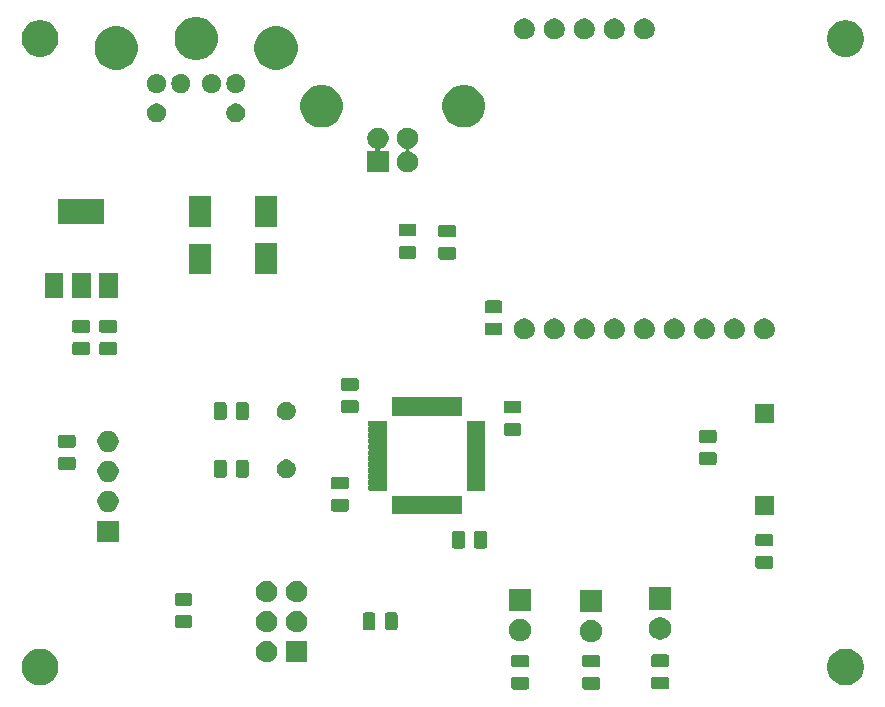
<source format=gbr>
G04 #@! TF.GenerationSoftware,KiCad,Pcbnew,(5.1.5)-3*
G04 #@! TF.CreationDate,2021-12-10T20:30:37-03:00*
G04 #@! TF.ProjectId,remoto,72656d6f-746f-42e6-9b69-6361645f7063,rev?*
G04 #@! TF.SameCoordinates,Original*
G04 #@! TF.FileFunction,Soldermask,Top*
G04 #@! TF.FilePolarity,Negative*
%FSLAX46Y46*%
G04 Gerber Fmt 4.6, Leading zero omitted, Abs format (unit mm)*
G04 Created by KiCad (PCBNEW (5.1.5)-3) date 2021-12-10 20:30:37*
%MOMM*%
%LPD*%
G04 APERTURE LIST*
%ADD10C,0.100000*%
G04 APERTURE END LIST*
D10*
G36*
X75641468Y-82445565D02*
G01*
X75680138Y-82457296D01*
X75715777Y-82476346D01*
X75747017Y-82501983D01*
X75772654Y-82533223D01*
X75791704Y-82568862D01*
X75803435Y-82607532D01*
X75808000Y-82653888D01*
X75808000Y-83305112D01*
X75803435Y-83351468D01*
X75791704Y-83390138D01*
X75772654Y-83425777D01*
X75747017Y-83457017D01*
X75715777Y-83482654D01*
X75680138Y-83501704D01*
X75641468Y-83513435D01*
X75595112Y-83518000D01*
X74518888Y-83518000D01*
X74472532Y-83513435D01*
X74433862Y-83501704D01*
X74398223Y-83482654D01*
X74366983Y-83457017D01*
X74341346Y-83425777D01*
X74322296Y-83390138D01*
X74310565Y-83351468D01*
X74306000Y-83305112D01*
X74306000Y-82653888D01*
X74310565Y-82607532D01*
X74322296Y-82568862D01*
X74341346Y-82533223D01*
X74366983Y-82501983D01*
X74398223Y-82476346D01*
X74433862Y-82457296D01*
X74472532Y-82445565D01*
X74518888Y-82441000D01*
X75595112Y-82441000D01*
X75641468Y-82445565D01*
G37*
G36*
X69621668Y-82445565D02*
G01*
X69660338Y-82457296D01*
X69695977Y-82476346D01*
X69727217Y-82501983D01*
X69752854Y-82533223D01*
X69771904Y-82568862D01*
X69783635Y-82607532D01*
X69788200Y-82653888D01*
X69788200Y-83305112D01*
X69783635Y-83351468D01*
X69771904Y-83390138D01*
X69752854Y-83425777D01*
X69727217Y-83457017D01*
X69695977Y-83482654D01*
X69660338Y-83501704D01*
X69621668Y-83513435D01*
X69575312Y-83518000D01*
X68499088Y-83518000D01*
X68452732Y-83513435D01*
X68414062Y-83501704D01*
X68378423Y-83482654D01*
X68347183Y-83457017D01*
X68321546Y-83425777D01*
X68302496Y-83390138D01*
X68290765Y-83351468D01*
X68286200Y-83305112D01*
X68286200Y-82653888D01*
X68290765Y-82607532D01*
X68302496Y-82568862D01*
X68321546Y-82533223D01*
X68347183Y-82501983D01*
X68378423Y-82476346D01*
X68414062Y-82457296D01*
X68452732Y-82445565D01*
X68499088Y-82441000D01*
X69575312Y-82441000D01*
X69621668Y-82445565D01*
G37*
G36*
X81483468Y-82420165D02*
G01*
X81522138Y-82431896D01*
X81557777Y-82450946D01*
X81589017Y-82476583D01*
X81614654Y-82507823D01*
X81633704Y-82543462D01*
X81645435Y-82582132D01*
X81650000Y-82628488D01*
X81650000Y-83279712D01*
X81645435Y-83326068D01*
X81633704Y-83364738D01*
X81614654Y-83400377D01*
X81589017Y-83431617D01*
X81557777Y-83457254D01*
X81522138Y-83476304D01*
X81483468Y-83488035D01*
X81437112Y-83492600D01*
X80360888Y-83492600D01*
X80314532Y-83488035D01*
X80275862Y-83476304D01*
X80240223Y-83457254D01*
X80208983Y-83431617D01*
X80183346Y-83400377D01*
X80164296Y-83364738D01*
X80152565Y-83326068D01*
X80148000Y-83279712D01*
X80148000Y-82628488D01*
X80152565Y-82582132D01*
X80164296Y-82543462D01*
X80183346Y-82507823D01*
X80208983Y-82476583D01*
X80240223Y-82450946D01*
X80275862Y-82431896D01*
X80314532Y-82420165D01*
X80360888Y-82415600D01*
X81437112Y-82415600D01*
X81483468Y-82420165D01*
G37*
G36*
X28695385Y-80079002D02*
G01*
X28845210Y-80108804D01*
X29127474Y-80225721D01*
X29381505Y-80395459D01*
X29597541Y-80611495D01*
X29767279Y-80865526D01*
X29884196Y-81147790D01*
X29943800Y-81447440D01*
X29943800Y-81752960D01*
X29884196Y-82052610D01*
X29767279Y-82334874D01*
X29597541Y-82588905D01*
X29381505Y-82804941D01*
X29127474Y-82974679D01*
X28845210Y-83091596D01*
X28695385Y-83121398D01*
X28545561Y-83151200D01*
X28240039Y-83151200D01*
X28090215Y-83121398D01*
X27940390Y-83091596D01*
X27658126Y-82974679D01*
X27404095Y-82804941D01*
X27188059Y-82588905D01*
X27018321Y-82334874D01*
X26901404Y-82052610D01*
X26841800Y-81752960D01*
X26841800Y-81447440D01*
X26901404Y-81147790D01*
X27018321Y-80865526D01*
X27188059Y-80611495D01*
X27404095Y-80395459D01*
X27658126Y-80225721D01*
X27940390Y-80108804D01*
X28090215Y-80079002D01*
X28240039Y-80049200D01*
X28545561Y-80049200D01*
X28695385Y-80079002D01*
G37*
G36*
X96902585Y-80078802D02*
G01*
X97052410Y-80108604D01*
X97334674Y-80225521D01*
X97588705Y-80395259D01*
X97804741Y-80611295D01*
X97974479Y-80865326D01*
X98091396Y-81147590D01*
X98094035Y-81160856D01*
X98146831Y-81426278D01*
X98151000Y-81447240D01*
X98151000Y-81752760D01*
X98091396Y-82052410D01*
X97974479Y-82334674D01*
X97804741Y-82588705D01*
X97588705Y-82804741D01*
X97334674Y-82974479D01*
X97052410Y-83091396D01*
X96902585Y-83121198D01*
X96752761Y-83151000D01*
X96447239Y-83151000D01*
X96297415Y-83121198D01*
X96147590Y-83091396D01*
X95865326Y-82974479D01*
X95611295Y-82804741D01*
X95395259Y-82588705D01*
X95225521Y-82334674D01*
X95108604Y-82052410D01*
X95049000Y-81752760D01*
X95049000Y-81447240D01*
X95053170Y-81426278D01*
X95105965Y-81160856D01*
X95108604Y-81147590D01*
X95225521Y-80865326D01*
X95395259Y-80611295D01*
X95611295Y-80395259D01*
X95865326Y-80225521D01*
X96147590Y-80108604D01*
X96297415Y-80078802D01*
X96447239Y-80049000D01*
X96752761Y-80049000D01*
X96902585Y-80078802D01*
G37*
G36*
X75641468Y-80570565D02*
G01*
X75680138Y-80582296D01*
X75715777Y-80601346D01*
X75747017Y-80626983D01*
X75772654Y-80658223D01*
X75791704Y-80693862D01*
X75803435Y-80732532D01*
X75808000Y-80778888D01*
X75808000Y-81430112D01*
X75803435Y-81476468D01*
X75791704Y-81515138D01*
X75772654Y-81550777D01*
X75747017Y-81582017D01*
X75715777Y-81607654D01*
X75680138Y-81626704D01*
X75641468Y-81638435D01*
X75595112Y-81643000D01*
X74518888Y-81643000D01*
X74472532Y-81638435D01*
X74433862Y-81626704D01*
X74398223Y-81607654D01*
X74366983Y-81582017D01*
X74341346Y-81550777D01*
X74322296Y-81515138D01*
X74310565Y-81476468D01*
X74306000Y-81430112D01*
X74306000Y-80778888D01*
X74310565Y-80732532D01*
X74322296Y-80693862D01*
X74341346Y-80658223D01*
X74366983Y-80626983D01*
X74398223Y-80601346D01*
X74433862Y-80582296D01*
X74472532Y-80570565D01*
X74518888Y-80566000D01*
X75595112Y-80566000D01*
X75641468Y-80570565D01*
G37*
G36*
X69621668Y-80570565D02*
G01*
X69660338Y-80582296D01*
X69695977Y-80601346D01*
X69727217Y-80626983D01*
X69752854Y-80658223D01*
X69771904Y-80693862D01*
X69783635Y-80732532D01*
X69788200Y-80778888D01*
X69788200Y-81430112D01*
X69783635Y-81476468D01*
X69771904Y-81515138D01*
X69752854Y-81550777D01*
X69727217Y-81582017D01*
X69695977Y-81607654D01*
X69660338Y-81626704D01*
X69621668Y-81638435D01*
X69575312Y-81643000D01*
X68499088Y-81643000D01*
X68452732Y-81638435D01*
X68414062Y-81626704D01*
X68378423Y-81607654D01*
X68347183Y-81582017D01*
X68321546Y-81550777D01*
X68302496Y-81515138D01*
X68290765Y-81476468D01*
X68286200Y-81430112D01*
X68286200Y-80778888D01*
X68290765Y-80732532D01*
X68302496Y-80693862D01*
X68321546Y-80658223D01*
X68347183Y-80626983D01*
X68378423Y-80601346D01*
X68414062Y-80582296D01*
X68452732Y-80570565D01*
X68499088Y-80566000D01*
X69575312Y-80566000D01*
X69621668Y-80570565D01*
G37*
G36*
X81483468Y-80545165D02*
G01*
X81522138Y-80556896D01*
X81557777Y-80575946D01*
X81589017Y-80601583D01*
X81614654Y-80632823D01*
X81633704Y-80668462D01*
X81645435Y-80707132D01*
X81650000Y-80753488D01*
X81650000Y-81404712D01*
X81645435Y-81451068D01*
X81633704Y-81489738D01*
X81614654Y-81525377D01*
X81589017Y-81556617D01*
X81557777Y-81582254D01*
X81522138Y-81601304D01*
X81483468Y-81613035D01*
X81437112Y-81617600D01*
X80360888Y-81617600D01*
X80314532Y-81613035D01*
X80275862Y-81601304D01*
X80240223Y-81582254D01*
X80208983Y-81556617D01*
X80183346Y-81525377D01*
X80164296Y-81489738D01*
X80152565Y-81451068D01*
X80148000Y-81404712D01*
X80148000Y-80753488D01*
X80152565Y-80707132D01*
X80164296Y-80668462D01*
X80183346Y-80632823D01*
X80208983Y-80601583D01*
X80240223Y-80575946D01*
X80275862Y-80556896D01*
X80314532Y-80545165D01*
X80360888Y-80540600D01*
X81437112Y-80540600D01*
X81483468Y-80545165D01*
G37*
G36*
X51022820Y-81195480D02*
G01*
X49220820Y-81195480D01*
X49220820Y-79393480D01*
X51022820Y-79393480D01*
X51022820Y-81195480D01*
G37*
G36*
X47695332Y-79398407D02*
G01*
X47844632Y-79428104D01*
X48008604Y-79496024D01*
X48156174Y-79594627D01*
X48281673Y-79720126D01*
X48380276Y-79867696D01*
X48448196Y-80031668D01*
X48482820Y-80205739D01*
X48482820Y-80383221D01*
X48448196Y-80557292D01*
X48380276Y-80721264D01*
X48281673Y-80868834D01*
X48156174Y-80994333D01*
X48008604Y-81092936D01*
X47844632Y-81160856D01*
X47695332Y-81190553D01*
X47670562Y-81195480D01*
X47493078Y-81195480D01*
X47468308Y-81190553D01*
X47319008Y-81160856D01*
X47155036Y-81092936D01*
X47007466Y-80994333D01*
X46881967Y-80868834D01*
X46783364Y-80721264D01*
X46715444Y-80557292D01*
X46680820Y-80383221D01*
X46680820Y-80205739D01*
X46715444Y-80031668D01*
X46783364Y-79867696D01*
X46881967Y-79720126D01*
X47007466Y-79594627D01*
X47155036Y-79496024D01*
X47319008Y-79428104D01*
X47468308Y-79398407D01*
X47493078Y-79393480D01*
X47670562Y-79393480D01*
X47695332Y-79398407D01*
G37*
G36*
X75334395Y-77647746D02*
G01*
X75507466Y-77719434D01*
X75584818Y-77771119D01*
X75663227Y-77823510D01*
X75795690Y-77955973D01*
X75795691Y-77955975D01*
X75899766Y-78111734D01*
X75971454Y-78284805D01*
X76008000Y-78468533D01*
X76008000Y-78655867D01*
X75971454Y-78839595D01*
X75899766Y-79012666D01*
X75899765Y-79012667D01*
X75795690Y-79168427D01*
X75663227Y-79300890D01*
X75659521Y-79303366D01*
X75507466Y-79404966D01*
X75334395Y-79476654D01*
X75150667Y-79513200D01*
X74963333Y-79513200D01*
X74779605Y-79476654D01*
X74606534Y-79404966D01*
X74454479Y-79303366D01*
X74450773Y-79300890D01*
X74318310Y-79168427D01*
X74214235Y-79012667D01*
X74214234Y-79012666D01*
X74142546Y-78839595D01*
X74106000Y-78655867D01*
X74106000Y-78468533D01*
X74142546Y-78284805D01*
X74214234Y-78111734D01*
X74318309Y-77955975D01*
X74318310Y-77955973D01*
X74450773Y-77823510D01*
X74529182Y-77771119D01*
X74606534Y-77719434D01*
X74779605Y-77647746D01*
X74963333Y-77611200D01*
X75150667Y-77611200D01*
X75334395Y-77647746D01*
G37*
G36*
X69314595Y-77546146D02*
G01*
X69487666Y-77617834D01*
X69487667Y-77617835D01*
X69643427Y-77721910D01*
X69775890Y-77854373D01*
X69775891Y-77854375D01*
X69879966Y-78010134D01*
X69951654Y-78183205D01*
X69988200Y-78366933D01*
X69988200Y-78554267D01*
X69951654Y-78737995D01*
X69879966Y-78911066D01*
X69879965Y-78911067D01*
X69775890Y-79066827D01*
X69643427Y-79199290D01*
X69570448Y-79248053D01*
X69487666Y-79303366D01*
X69314595Y-79375054D01*
X69130867Y-79411600D01*
X68943533Y-79411600D01*
X68759805Y-79375054D01*
X68586734Y-79303366D01*
X68503952Y-79248053D01*
X68430973Y-79199290D01*
X68298510Y-79066827D01*
X68194435Y-78911067D01*
X68194434Y-78911066D01*
X68122746Y-78737995D01*
X68086200Y-78554267D01*
X68086200Y-78366933D01*
X68122746Y-78183205D01*
X68194434Y-78010134D01*
X68298509Y-77854375D01*
X68298510Y-77854373D01*
X68430973Y-77721910D01*
X68586733Y-77617835D01*
X68586734Y-77617834D01*
X68759805Y-77546146D01*
X68943533Y-77509600D01*
X69130867Y-77509600D01*
X69314595Y-77546146D01*
G37*
G36*
X81176395Y-77419146D02*
G01*
X81349466Y-77490834D01*
X81377551Y-77509600D01*
X81505227Y-77594910D01*
X81637690Y-77727373D01*
X81637691Y-77727375D01*
X81741766Y-77883134D01*
X81813454Y-78056205D01*
X81850000Y-78239933D01*
X81850000Y-78427267D01*
X81813454Y-78610995D01*
X81741766Y-78784066D01*
X81741765Y-78784067D01*
X81637690Y-78939827D01*
X81505227Y-79072290D01*
X81426818Y-79124681D01*
X81349466Y-79176366D01*
X81176395Y-79248054D01*
X80992667Y-79284600D01*
X80805333Y-79284600D01*
X80621605Y-79248054D01*
X80448534Y-79176366D01*
X80371182Y-79124681D01*
X80292773Y-79072290D01*
X80160310Y-78939827D01*
X80056235Y-78784067D01*
X80056234Y-78784066D01*
X79984546Y-78610995D01*
X79948000Y-78427267D01*
X79948000Y-78239933D01*
X79984546Y-78056205D01*
X80056234Y-77883134D01*
X80160309Y-77727375D01*
X80160310Y-77727373D01*
X80292773Y-77594910D01*
X80420449Y-77509600D01*
X80448534Y-77490834D01*
X80621605Y-77419146D01*
X80805333Y-77382600D01*
X80992667Y-77382600D01*
X81176395Y-77419146D01*
G37*
G36*
X47695332Y-76858407D02*
G01*
X47844632Y-76888104D01*
X48008604Y-76956024D01*
X48156174Y-77054627D01*
X48281673Y-77180126D01*
X48380276Y-77327696D01*
X48448196Y-77491668D01*
X48482820Y-77665739D01*
X48482820Y-77843221D01*
X48448196Y-78017292D01*
X48380276Y-78181264D01*
X48281673Y-78328834D01*
X48156174Y-78454333D01*
X48008604Y-78552936D01*
X47844632Y-78620856D01*
X47695332Y-78650553D01*
X47670562Y-78655480D01*
X47493078Y-78655480D01*
X47468308Y-78650553D01*
X47319008Y-78620856D01*
X47155036Y-78552936D01*
X47007466Y-78454333D01*
X46881967Y-78328834D01*
X46783364Y-78181264D01*
X46715444Y-78017292D01*
X46680820Y-77843221D01*
X46680820Y-77665739D01*
X46715444Y-77491668D01*
X46783364Y-77327696D01*
X46881967Y-77180126D01*
X47007466Y-77054627D01*
X47155036Y-76956024D01*
X47319008Y-76888104D01*
X47468308Y-76858407D01*
X47493078Y-76853480D01*
X47670562Y-76853480D01*
X47695332Y-76858407D01*
G37*
G36*
X50235332Y-76858407D02*
G01*
X50384632Y-76888104D01*
X50548604Y-76956024D01*
X50696174Y-77054627D01*
X50821673Y-77180126D01*
X50920276Y-77327696D01*
X50988196Y-77491668D01*
X51022820Y-77665739D01*
X51022820Y-77843221D01*
X50988196Y-78017292D01*
X50920276Y-78181264D01*
X50821673Y-78328834D01*
X50696174Y-78454333D01*
X50548604Y-78552936D01*
X50384632Y-78620856D01*
X50235332Y-78650553D01*
X50210562Y-78655480D01*
X50033078Y-78655480D01*
X50008308Y-78650553D01*
X49859008Y-78620856D01*
X49695036Y-78552936D01*
X49547466Y-78454333D01*
X49421967Y-78328834D01*
X49323364Y-78181264D01*
X49255444Y-78017292D01*
X49220820Y-77843221D01*
X49220820Y-77665739D01*
X49255444Y-77491668D01*
X49323364Y-77327696D01*
X49421967Y-77180126D01*
X49547466Y-77054627D01*
X49695036Y-76956024D01*
X49859008Y-76888104D01*
X50008308Y-76858407D01*
X50033078Y-76853480D01*
X50210562Y-76853480D01*
X50235332Y-76858407D01*
G37*
G36*
X58495028Y-76985185D02*
G01*
X58533698Y-76996916D01*
X58569337Y-77015966D01*
X58600577Y-77041603D01*
X58626214Y-77072843D01*
X58645264Y-77108482D01*
X58656995Y-77147152D01*
X58661560Y-77193508D01*
X58661560Y-78269732D01*
X58656995Y-78316088D01*
X58645264Y-78354758D01*
X58626214Y-78390397D01*
X58600577Y-78421637D01*
X58569337Y-78447274D01*
X58533698Y-78466324D01*
X58495028Y-78478055D01*
X58448672Y-78482620D01*
X57797448Y-78482620D01*
X57751092Y-78478055D01*
X57712422Y-78466324D01*
X57676783Y-78447274D01*
X57645543Y-78421637D01*
X57619906Y-78390397D01*
X57600856Y-78354758D01*
X57589125Y-78316088D01*
X57584560Y-78269732D01*
X57584560Y-77193508D01*
X57589125Y-77147152D01*
X57600856Y-77108482D01*
X57619906Y-77072843D01*
X57645543Y-77041603D01*
X57676783Y-77015966D01*
X57712422Y-76996916D01*
X57751092Y-76985185D01*
X57797448Y-76980620D01*
X58448672Y-76980620D01*
X58495028Y-76985185D01*
G37*
G36*
X56620028Y-76985185D02*
G01*
X56658698Y-76996916D01*
X56694337Y-77015966D01*
X56725577Y-77041603D01*
X56751214Y-77072843D01*
X56770264Y-77108482D01*
X56781995Y-77147152D01*
X56786560Y-77193508D01*
X56786560Y-78269732D01*
X56781995Y-78316088D01*
X56770264Y-78354758D01*
X56751214Y-78390397D01*
X56725577Y-78421637D01*
X56694337Y-78447274D01*
X56658698Y-78466324D01*
X56620028Y-78478055D01*
X56573672Y-78482620D01*
X55922448Y-78482620D01*
X55876092Y-78478055D01*
X55837422Y-78466324D01*
X55801783Y-78447274D01*
X55770543Y-78421637D01*
X55744906Y-78390397D01*
X55725856Y-78354758D01*
X55714125Y-78316088D01*
X55709560Y-78269732D01*
X55709560Y-77193508D01*
X55714125Y-77147152D01*
X55725856Y-77108482D01*
X55744906Y-77072843D01*
X55770543Y-77041603D01*
X55801783Y-77015966D01*
X55837422Y-76996916D01*
X55876092Y-76985185D01*
X55922448Y-76980620D01*
X56573672Y-76980620D01*
X56620028Y-76985185D01*
G37*
G36*
X41117788Y-77225865D02*
G01*
X41156458Y-77237596D01*
X41192097Y-77256646D01*
X41223337Y-77282283D01*
X41248974Y-77313523D01*
X41268024Y-77349162D01*
X41279755Y-77387832D01*
X41284320Y-77434188D01*
X41284320Y-78085412D01*
X41279755Y-78131768D01*
X41268024Y-78170438D01*
X41248974Y-78206077D01*
X41223337Y-78237317D01*
X41192097Y-78262954D01*
X41156458Y-78282004D01*
X41117788Y-78293735D01*
X41071432Y-78298300D01*
X39995208Y-78298300D01*
X39948852Y-78293735D01*
X39910182Y-78282004D01*
X39874543Y-78262954D01*
X39843303Y-78237317D01*
X39817666Y-78206077D01*
X39798616Y-78170438D01*
X39786885Y-78131768D01*
X39782320Y-78085412D01*
X39782320Y-77434188D01*
X39786885Y-77387832D01*
X39798616Y-77349162D01*
X39817666Y-77313523D01*
X39843303Y-77282283D01*
X39874543Y-77256646D01*
X39910182Y-77237596D01*
X39948852Y-77225865D01*
X39995208Y-77221300D01*
X41071432Y-77221300D01*
X41117788Y-77225865D01*
G37*
G36*
X76008000Y-76973200D02*
G01*
X74106000Y-76973200D01*
X74106000Y-75071200D01*
X76008000Y-75071200D01*
X76008000Y-76973200D01*
G37*
G36*
X69988200Y-76871600D02*
G01*
X68086200Y-76871600D01*
X68086200Y-74969600D01*
X69988200Y-74969600D01*
X69988200Y-76871600D01*
G37*
G36*
X81850000Y-76744600D02*
G01*
X79948000Y-76744600D01*
X79948000Y-74842600D01*
X81850000Y-74842600D01*
X81850000Y-76744600D01*
G37*
G36*
X41117788Y-75350865D02*
G01*
X41156458Y-75362596D01*
X41192097Y-75381646D01*
X41223337Y-75407283D01*
X41248974Y-75438523D01*
X41268024Y-75474162D01*
X41279755Y-75512832D01*
X41284320Y-75559188D01*
X41284320Y-76210412D01*
X41279755Y-76256768D01*
X41268024Y-76295438D01*
X41248974Y-76331077D01*
X41223337Y-76362317D01*
X41192097Y-76387954D01*
X41156458Y-76407004D01*
X41117788Y-76418735D01*
X41071432Y-76423300D01*
X39995208Y-76423300D01*
X39948852Y-76418735D01*
X39910182Y-76407004D01*
X39874543Y-76387954D01*
X39843303Y-76362317D01*
X39817666Y-76331077D01*
X39798616Y-76295438D01*
X39786885Y-76256768D01*
X39782320Y-76210412D01*
X39782320Y-75559188D01*
X39786885Y-75512832D01*
X39798616Y-75474162D01*
X39817666Y-75438523D01*
X39843303Y-75407283D01*
X39874543Y-75381646D01*
X39910182Y-75362596D01*
X39948852Y-75350865D01*
X39995208Y-75346300D01*
X41071432Y-75346300D01*
X41117788Y-75350865D01*
G37*
G36*
X47695332Y-74318407D02*
G01*
X47844632Y-74348104D01*
X48008604Y-74416024D01*
X48156174Y-74514627D01*
X48281673Y-74640126D01*
X48380276Y-74787696D01*
X48448196Y-74951668D01*
X48482820Y-75125739D01*
X48482820Y-75303221D01*
X48448196Y-75477292D01*
X48380276Y-75641264D01*
X48281673Y-75788834D01*
X48156174Y-75914333D01*
X48008604Y-76012936D01*
X47844632Y-76080856D01*
X47695332Y-76110553D01*
X47670562Y-76115480D01*
X47493078Y-76115480D01*
X47468308Y-76110553D01*
X47319008Y-76080856D01*
X47155036Y-76012936D01*
X47007466Y-75914333D01*
X46881967Y-75788834D01*
X46783364Y-75641264D01*
X46715444Y-75477292D01*
X46680820Y-75303221D01*
X46680820Y-75125739D01*
X46715444Y-74951668D01*
X46783364Y-74787696D01*
X46881967Y-74640126D01*
X47007466Y-74514627D01*
X47155036Y-74416024D01*
X47319008Y-74348104D01*
X47468308Y-74318407D01*
X47493078Y-74313480D01*
X47670562Y-74313480D01*
X47695332Y-74318407D01*
G37*
G36*
X50235332Y-74318407D02*
G01*
X50384632Y-74348104D01*
X50548604Y-74416024D01*
X50696174Y-74514627D01*
X50821673Y-74640126D01*
X50920276Y-74787696D01*
X50988196Y-74951668D01*
X51022820Y-75125739D01*
X51022820Y-75303221D01*
X50988196Y-75477292D01*
X50920276Y-75641264D01*
X50821673Y-75788834D01*
X50696174Y-75914333D01*
X50548604Y-76012936D01*
X50384632Y-76080856D01*
X50235332Y-76110553D01*
X50210562Y-76115480D01*
X50033078Y-76115480D01*
X50008308Y-76110553D01*
X49859008Y-76080856D01*
X49695036Y-76012936D01*
X49547466Y-75914333D01*
X49421967Y-75788834D01*
X49323364Y-75641264D01*
X49255444Y-75477292D01*
X49220820Y-75303221D01*
X49220820Y-75125739D01*
X49255444Y-74951668D01*
X49323364Y-74787696D01*
X49421967Y-74640126D01*
X49547466Y-74514627D01*
X49695036Y-74416024D01*
X49859008Y-74348104D01*
X50008308Y-74318407D01*
X50033078Y-74313480D01*
X50210562Y-74313480D01*
X50235332Y-74318407D01*
G37*
G36*
X90292188Y-72201745D02*
G01*
X90330858Y-72213476D01*
X90366497Y-72232526D01*
X90397737Y-72258163D01*
X90423374Y-72289403D01*
X90442424Y-72325042D01*
X90454155Y-72363712D01*
X90458720Y-72410068D01*
X90458720Y-73061292D01*
X90454155Y-73107648D01*
X90442424Y-73146318D01*
X90423374Y-73181957D01*
X90397737Y-73213197D01*
X90366497Y-73238834D01*
X90330858Y-73257884D01*
X90292188Y-73269615D01*
X90245832Y-73274180D01*
X89169608Y-73274180D01*
X89123252Y-73269615D01*
X89084582Y-73257884D01*
X89048943Y-73238834D01*
X89017703Y-73213197D01*
X88992066Y-73181957D01*
X88973016Y-73146318D01*
X88961285Y-73107648D01*
X88956720Y-73061292D01*
X88956720Y-72410068D01*
X88961285Y-72363712D01*
X88973016Y-72325042D01*
X88992066Y-72289403D01*
X89017703Y-72258163D01*
X89048943Y-72232526D01*
X89084582Y-72213476D01*
X89123252Y-72201745D01*
X89169608Y-72197180D01*
X90245832Y-72197180D01*
X90292188Y-72201745D01*
G37*
G36*
X64186688Y-70091625D02*
G01*
X64225358Y-70103356D01*
X64260997Y-70122406D01*
X64292237Y-70148043D01*
X64317874Y-70179283D01*
X64336924Y-70214922D01*
X64348655Y-70253592D01*
X64353220Y-70299948D01*
X64353220Y-71376172D01*
X64348655Y-71422528D01*
X64336924Y-71461198D01*
X64317874Y-71496837D01*
X64292237Y-71528077D01*
X64260997Y-71553714D01*
X64225358Y-71572764D01*
X64186688Y-71584495D01*
X64140332Y-71589060D01*
X63489108Y-71589060D01*
X63442752Y-71584495D01*
X63404082Y-71572764D01*
X63368443Y-71553714D01*
X63337203Y-71528077D01*
X63311566Y-71496837D01*
X63292516Y-71461198D01*
X63280785Y-71422528D01*
X63276220Y-71376172D01*
X63276220Y-70299948D01*
X63280785Y-70253592D01*
X63292516Y-70214922D01*
X63311566Y-70179283D01*
X63337203Y-70148043D01*
X63368443Y-70122406D01*
X63404082Y-70103356D01*
X63442752Y-70091625D01*
X63489108Y-70087060D01*
X64140332Y-70087060D01*
X64186688Y-70091625D01*
G37*
G36*
X66061688Y-70091625D02*
G01*
X66100358Y-70103356D01*
X66135997Y-70122406D01*
X66167237Y-70148043D01*
X66192874Y-70179283D01*
X66211924Y-70214922D01*
X66223655Y-70253592D01*
X66228220Y-70299948D01*
X66228220Y-71376172D01*
X66223655Y-71422528D01*
X66211924Y-71461198D01*
X66192874Y-71496837D01*
X66167237Y-71528077D01*
X66135997Y-71553714D01*
X66100358Y-71572764D01*
X66061688Y-71584495D01*
X66015332Y-71589060D01*
X65364108Y-71589060D01*
X65317752Y-71584495D01*
X65279082Y-71572764D01*
X65243443Y-71553714D01*
X65212203Y-71528077D01*
X65186566Y-71496837D01*
X65167516Y-71461198D01*
X65155785Y-71422528D01*
X65151220Y-71376172D01*
X65151220Y-70299948D01*
X65155785Y-70253592D01*
X65167516Y-70214922D01*
X65186566Y-70179283D01*
X65212203Y-70148043D01*
X65243443Y-70122406D01*
X65279082Y-70103356D01*
X65317752Y-70091625D01*
X65364108Y-70087060D01*
X66015332Y-70087060D01*
X66061688Y-70091625D01*
G37*
G36*
X90292188Y-70326745D02*
G01*
X90330858Y-70338476D01*
X90366497Y-70357526D01*
X90397737Y-70383163D01*
X90423374Y-70414403D01*
X90442424Y-70450042D01*
X90454155Y-70488712D01*
X90458720Y-70535068D01*
X90458720Y-71186292D01*
X90454155Y-71232648D01*
X90442424Y-71271318D01*
X90423374Y-71306957D01*
X90397737Y-71338197D01*
X90366497Y-71363834D01*
X90330858Y-71382884D01*
X90292188Y-71394615D01*
X90245832Y-71399180D01*
X89169608Y-71399180D01*
X89123252Y-71394615D01*
X89084582Y-71382884D01*
X89048943Y-71363834D01*
X89017703Y-71338197D01*
X88992066Y-71306957D01*
X88973016Y-71271318D01*
X88961285Y-71232648D01*
X88956720Y-71186292D01*
X88956720Y-70535068D01*
X88961285Y-70488712D01*
X88973016Y-70450042D01*
X88992066Y-70414403D01*
X89017703Y-70383163D01*
X89048943Y-70357526D01*
X89084582Y-70338476D01*
X89123252Y-70326745D01*
X89169608Y-70322180D01*
X90245832Y-70322180D01*
X90292188Y-70326745D01*
G37*
G36*
X35046220Y-71020240D02*
G01*
X33244220Y-71020240D01*
X33244220Y-69218240D01*
X35046220Y-69218240D01*
X35046220Y-71020240D01*
G37*
G36*
X90503640Y-68759800D02*
G01*
X88901640Y-68759800D01*
X88901640Y-67157800D01*
X90503640Y-67157800D01*
X90503640Y-68759800D01*
G37*
G36*
X58565715Y-67096303D02*
G01*
X58572729Y-67098431D01*
X58586497Y-67105790D01*
X58609136Y-67115167D01*
X58633169Y-67119947D01*
X58657673Y-67119947D01*
X58681706Y-67115166D01*
X58704343Y-67105790D01*
X58718111Y-67098431D01*
X58725125Y-67096303D01*
X58738560Y-67094980D01*
X59052280Y-67094980D01*
X59065715Y-67096303D01*
X59072729Y-67098431D01*
X59086497Y-67105790D01*
X59109136Y-67115167D01*
X59133169Y-67119947D01*
X59157673Y-67119947D01*
X59181706Y-67115166D01*
X59204343Y-67105790D01*
X59218111Y-67098431D01*
X59225125Y-67096303D01*
X59238560Y-67094980D01*
X59552280Y-67094980D01*
X59565715Y-67096303D01*
X59572729Y-67098431D01*
X59586497Y-67105790D01*
X59609136Y-67115167D01*
X59633169Y-67119947D01*
X59657673Y-67119947D01*
X59681706Y-67115166D01*
X59704343Y-67105790D01*
X59718111Y-67098431D01*
X59725125Y-67096303D01*
X59738560Y-67094980D01*
X60052280Y-67094980D01*
X60065715Y-67096303D01*
X60072729Y-67098431D01*
X60086497Y-67105790D01*
X60109136Y-67115167D01*
X60133169Y-67119947D01*
X60157673Y-67119947D01*
X60181706Y-67115166D01*
X60204343Y-67105790D01*
X60218111Y-67098431D01*
X60225125Y-67096303D01*
X60238560Y-67094980D01*
X60552280Y-67094980D01*
X60565715Y-67096303D01*
X60572729Y-67098431D01*
X60586497Y-67105790D01*
X60609136Y-67115167D01*
X60633169Y-67119947D01*
X60657673Y-67119947D01*
X60681706Y-67115166D01*
X60704343Y-67105790D01*
X60718111Y-67098431D01*
X60725125Y-67096303D01*
X60738560Y-67094980D01*
X61052280Y-67094980D01*
X61065715Y-67096303D01*
X61072729Y-67098431D01*
X61086497Y-67105790D01*
X61109136Y-67115167D01*
X61133169Y-67119947D01*
X61157673Y-67119947D01*
X61181706Y-67115166D01*
X61204343Y-67105790D01*
X61218111Y-67098431D01*
X61225125Y-67096303D01*
X61238560Y-67094980D01*
X61552280Y-67094980D01*
X61565715Y-67096303D01*
X61572729Y-67098431D01*
X61586497Y-67105790D01*
X61609136Y-67115167D01*
X61633169Y-67119947D01*
X61657673Y-67119947D01*
X61681706Y-67115166D01*
X61704343Y-67105790D01*
X61718111Y-67098431D01*
X61725125Y-67096303D01*
X61738560Y-67094980D01*
X62052280Y-67094980D01*
X62065715Y-67096303D01*
X62072729Y-67098431D01*
X62086497Y-67105790D01*
X62109136Y-67115167D01*
X62133169Y-67119947D01*
X62157673Y-67119947D01*
X62181706Y-67115166D01*
X62204343Y-67105790D01*
X62218111Y-67098431D01*
X62225125Y-67096303D01*
X62238560Y-67094980D01*
X62552280Y-67094980D01*
X62565715Y-67096303D01*
X62572729Y-67098431D01*
X62586497Y-67105790D01*
X62609136Y-67115167D01*
X62633169Y-67119947D01*
X62657673Y-67119947D01*
X62681706Y-67115166D01*
X62704343Y-67105790D01*
X62718111Y-67098431D01*
X62725125Y-67096303D01*
X62738560Y-67094980D01*
X63052280Y-67094980D01*
X63065715Y-67096303D01*
X63072729Y-67098431D01*
X63086497Y-67105790D01*
X63109136Y-67115167D01*
X63133169Y-67119947D01*
X63157673Y-67119947D01*
X63181706Y-67115166D01*
X63204343Y-67105790D01*
X63218111Y-67098431D01*
X63225125Y-67096303D01*
X63238560Y-67094980D01*
X63552280Y-67094980D01*
X63565715Y-67096303D01*
X63572729Y-67098431D01*
X63586497Y-67105790D01*
X63609136Y-67115167D01*
X63633169Y-67119947D01*
X63657673Y-67119947D01*
X63681706Y-67115166D01*
X63704343Y-67105790D01*
X63718111Y-67098431D01*
X63725125Y-67096303D01*
X63738560Y-67094980D01*
X64052280Y-67094980D01*
X64065715Y-67096303D01*
X64072730Y-67098431D01*
X64079196Y-67101888D01*
X64084862Y-67106538D01*
X64089512Y-67112204D01*
X64092969Y-67118670D01*
X64095097Y-67125685D01*
X64096420Y-67139120D01*
X64096420Y-68627840D01*
X64095097Y-68641275D01*
X64092969Y-68648290D01*
X64089512Y-68654756D01*
X64084862Y-68660422D01*
X64079196Y-68665072D01*
X64072730Y-68668529D01*
X64065715Y-68670657D01*
X64052280Y-68671980D01*
X63738560Y-68671980D01*
X63725125Y-68670657D01*
X63718111Y-68668529D01*
X63704343Y-68661170D01*
X63681704Y-68651793D01*
X63657671Y-68647013D01*
X63633167Y-68647013D01*
X63609134Y-68651794D01*
X63586497Y-68661170D01*
X63572729Y-68668529D01*
X63565715Y-68670657D01*
X63552280Y-68671980D01*
X63238560Y-68671980D01*
X63225125Y-68670657D01*
X63218111Y-68668529D01*
X63204343Y-68661170D01*
X63181704Y-68651793D01*
X63157671Y-68647013D01*
X63133167Y-68647013D01*
X63109134Y-68651794D01*
X63086497Y-68661170D01*
X63072729Y-68668529D01*
X63065715Y-68670657D01*
X63052280Y-68671980D01*
X62738560Y-68671980D01*
X62725125Y-68670657D01*
X62718111Y-68668529D01*
X62704343Y-68661170D01*
X62681704Y-68651793D01*
X62657671Y-68647013D01*
X62633167Y-68647013D01*
X62609134Y-68651794D01*
X62586497Y-68661170D01*
X62572729Y-68668529D01*
X62565715Y-68670657D01*
X62552280Y-68671980D01*
X62238560Y-68671980D01*
X62225125Y-68670657D01*
X62218111Y-68668529D01*
X62204343Y-68661170D01*
X62181704Y-68651793D01*
X62157671Y-68647013D01*
X62133167Y-68647013D01*
X62109134Y-68651794D01*
X62086497Y-68661170D01*
X62072729Y-68668529D01*
X62065715Y-68670657D01*
X62052280Y-68671980D01*
X61738560Y-68671980D01*
X61725125Y-68670657D01*
X61718111Y-68668529D01*
X61704343Y-68661170D01*
X61681704Y-68651793D01*
X61657671Y-68647013D01*
X61633167Y-68647013D01*
X61609134Y-68651794D01*
X61586497Y-68661170D01*
X61572729Y-68668529D01*
X61565715Y-68670657D01*
X61552280Y-68671980D01*
X61238560Y-68671980D01*
X61225125Y-68670657D01*
X61218111Y-68668529D01*
X61204343Y-68661170D01*
X61181704Y-68651793D01*
X61157671Y-68647013D01*
X61133167Y-68647013D01*
X61109134Y-68651794D01*
X61086497Y-68661170D01*
X61072729Y-68668529D01*
X61065715Y-68670657D01*
X61052280Y-68671980D01*
X60738560Y-68671980D01*
X60725125Y-68670657D01*
X60718111Y-68668529D01*
X60704343Y-68661170D01*
X60681704Y-68651793D01*
X60657671Y-68647013D01*
X60633167Y-68647013D01*
X60609134Y-68651794D01*
X60586497Y-68661170D01*
X60572729Y-68668529D01*
X60565715Y-68670657D01*
X60552280Y-68671980D01*
X60238560Y-68671980D01*
X60225125Y-68670657D01*
X60218111Y-68668529D01*
X60204343Y-68661170D01*
X60181704Y-68651793D01*
X60157671Y-68647013D01*
X60133167Y-68647013D01*
X60109134Y-68651794D01*
X60086497Y-68661170D01*
X60072729Y-68668529D01*
X60065715Y-68670657D01*
X60052280Y-68671980D01*
X59738560Y-68671980D01*
X59725125Y-68670657D01*
X59718111Y-68668529D01*
X59704343Y-68661170D01*
X59681704Y-68651793D01*
X59657671Y-68647013D01*
X59633167Y-68647013D01*
X59609134Y-68651794D01*
X59586497Y-68661170D01*
X59572729Y-68668529D01*
X59565715Y-68670657D01*
X59552280Y-68671980D01*
X59238560Y-68671980D01*
X59225125Y-68670657D01*
X59218111Y-68668529D01*
X59204343Y-68661170D01*
X59181704Y-68651793D01*
X59157671Y-68647013D01*
X59133167Y-68647013D01*
X59109134Y-68651794D01*
X59086497Y-68661170D01*
X59072729Y-68668529D01*
X59065715Y-68670657D01*
X59052280Y-68671980D01*
X58738560Y-68671980D01*
X58725125Y-68670657D01*
X58718111Y-68668529D01*
X58704343Y-68661170D01*
X58681704Y-68651793D01*
X58657671Y-68647013D01*
X58633167Y-68647013D01*
X58609134Y-68651794D01*
X58586497Y-68661170D01*
X58572729Y-68668529D01*
X58565715Y-68670657D01*
X58552280Y-68671980D01*
X58238560Y-68671980D01*
X58225125Y-68670657D01*
X58218110Y-68668529D01*
X58211644Y-68665072D01*
X58205978Y-68660422D01*
X58201328Y-68654756D01*
X58197871Y-68648290D01*
X58195743Y-68641275D01*
X58194420Y-68627840D01*
X58194420Y-67139120D01*
X58195743Y-67125685D01*
X58197871Y-67118670D01*
X58201328Y-67112204D01*
X58205978Y-67106538D01*
X58211644Y-67101888D01*
X58218110Y-67098431D01*
X58225125Y-67096303D01*
X58238560Y-67094980D01*
X58552280Y-67094980D01*
X58565715Y-67096303D01*
G37*
G36*
X34258732Y-66683167D02*
G01*
X34408032Y-66712864D01*
X34572004Y-66780784D01*
X34719574Y-66879387D01*
X34845073Y-67004886D01*
X34943676Y-67152456D01*
X35011596Y-67316428D01*
X35046220Y-67490499D01*
X35046220Y-67667981D01*
X35011596Y-67842052D01*
X34943676Y-68006024D01*
X34845073Y-68153594D01*
X34719574Y-68279093D01*
X34572004Y-68377696D01*
X34408032Y-68445616D01*
X34258732Y-68475313D01*
X34233962Y-68480240D01*
X34056478Y-68480240D01*
X34031708Y-68475313D01*
X33882408Y-68445616D01*
X33718436Y-68377696D01*
X33570866Y-68279093D01*
X33445367Y-68153594D01*
X33346764Y-68006024D01*
X33278844Y-67842052D01*
X33244220Y-67667981D01*
X33244220Y-67490499D01*
X33278844Y-67316428D01*
X33346764Y-67152456D01*
X33445367Y-67004886D01*
X33570866Y-66879387D01*
X33718436Y-66780784D01*
X33882408Y-66712864D01*
X34031708Y-66683167D01*
X34056478Y-66678240D01*
X34233962Y-66678240D01*
X34258732Y-66683167D01*
G37*
G36*
X54366428Y-67373205D02*
G01*
X54405098Y-67384936D01*
X54440737Y-67403986D01*
X54471977Y-67429623D01*
X54497614Y-67460863D01*
X54516664Y-67496502D01*
X54528395Y-67535172D01*
X54532960Y-67581528D01*
X54532960Y-68232752D01*
X54528395Y-68279108D01*
X54516664Y-68317778D01*
X54497614Y-68353417D01*
X54471977Y-68384657D01*
X54440737Y-68410294D01*
X54405098Y-68429344D01*
X54366428Y-68441075D01*
X54320072Y-68445640D01*
X53243848Y-68445640D01*
X53197492Y-68441075D01*
X53158822Y-68429344D01*
X53123183Y-68410294D01*
X53091943Y-68384657D01*
X53066306Y-68353417D01*
X53047256Y-68317778D01*
X53035525Y-68279108D01*
X53030960Y-68232752D01*
X53030960Y-67581528D01*
X53035525Y-67535172D01*
X53047256Y-67496502D01*
X53066306Y-67460863D01*
X53091943Y-67429623D01*
X53123183Y-67403986D01*
X53158822Y-67384936D01*
X53197492Y-67373205D01*
X53243848Y-67368640D01*
X54320072Y-67368640D01*
X54366428Y-67373205D01*
G37*
G36*
X57740715Y-60771303D02*
G01*
X57747730Y-60773431D01*
X57754196Y-60776888D01*
X57759862Y-60781538D01*
X57764512Y-60787204D01*
X57767969Y-60793670D01*
X57770097Y-60800685D01*
X57771420Y-60814120D01*
X57771420Y-61127840D01*
X57770097Y-61141275D01*
X57767969Y-61148289D01*
X57760610Y-61162057D01*
X57751233Y-61184696D01*
X57746453Y-61208729D01*
X57746453Y-61233233D01*
X57751234Y-61257266D01*
X57760610Y-61279903D01*
X57767969Y-61293671D01*
X57770097Y-61300685D01*
X57771420Y-61314120D01*
X57771420Y-61627840D01*
X57770097Y-61641275D01*
X57767969Y-61648289D01*
X57760610Y-61662057D01*
X57751233Y-61684696D01*
X57746453Y-61708729D01*
X57746453Y-61733233D01*
X57751234Y-61757266D01*
X57760610Y-61779903D01*
X57767969Y-61793671D01*
X57770097Y-61800685D01*
X57771420Y-61814120D01*
X57771420Y-62127840D01*
X57770097Y-62141275D01*
X57767969Y-62148289D01*
X57760610Y-62162057D01*
X57751233Y-62184696D01*
X57746453Y-62208729D01*
X57746453Y-62233233D01*
X57751234Y-62257266D01*
X57760610Y-62279903D01*
X57767969Y-62293671D01*
X57770097Y-62300685D01*
X57771420Y-62314120D01*
X57771420Y-62627840D01*
X57770097Y-62641275D01*
X57767969Y-62648289D01*
X57760610Y-62662057D01*
X57751233Y-62684696D01*
X57746453Y-62708729D01*
X57746453Y-62733233D01*
X57751234Y-62757266D01*
X57760610Y-62779903D01*
X57767969Y-62793671D01*
X57770097Y-62800685D01*
X57771420Y-62814120D01*
X57771420Y-63127840D01*
X57770097Y-63141275D01*
X57767969Y-63148289D01*
X57760610Y-63162057D01*
X57751233Y-63184696D01*
X57746453Y-63208729D01*
X57746453Y-63233233D01*
X57751234Y-63257266D01*
X57760610Y-63279903D01*
X57767969Y-63293671D01*
X57770097Y-63300685D01*
X57771420Y-63314120D01*
X57771420Y-63627840D01*
X57770097Y-63641275D01*
X57767969Y-63648289D01*
X57760610Y-63662057D01*
X57751233Y-63684696D01*
X57746453Y-63708729D01*
X57746453Y-63733233D01*
X57751234Y-63757266D01*
X57760610Y-63779903D01*
X57767969Y-63793671D01*
X57770097Y-63800685D01*
X57771420Y-63814120D01*
X57771420Y-64127840D01*
X57770097Y-64141275D01*
X57767969Y-64148289D01*
X57760610Y-64162057D01*
X57751233Y-64184696D01*
X57746453Y-64208729D01*
X57746453Y-64233233D01*
X57751234Y-64257266D01*
X57760610Y-64279903D01*
X57767969Y-64293671D01*
X57770097Y-64300685D01*
X57771420Y-64314120D01*
X57771420Y-64627840D01*
X57770097Y-64641275D01*
X57767969Y-64648289D01*
X57760610Y-64662057D01*
X57751233Y-64684696D01*
X57746453Y-64708729D01*
X57746453Y-64733233D01*
X57751234Y-64757266D01*
X57760610Y-64779903D01*
X57767969Y-64793671D01*
X57770097Y-64800685D01*
X57771420Y-64814120D01*
X57771420Y-65127840D01*
X57770097Y-65141275D01*
X57767969Y-65148289D01*
X57760610Y-65162057D01*
X57751233Y-65184696D01*
X57746453Y-65208729D01*
X57746453Y-65233233D01*
X57751234Y-65257266D01*
X57760610Y-65279903D01*
X57767969Y-65293671D01*
X57770097Y-65300685D01*
X57771420Y-65314120D01*
X57771420Y-65627840D01*
X57770097Y-65641275D01*
X57767969Y-65648289D01*
X57760610Y-65662057D01*
X57751233Y-65684696D01*
X57746453Y-65708729D01*
X57746453Y-65733233D01*
X57751234Y-65757266D01*
X57760610Y-65779903D01*
X57767969Y-65793671D01*
X57770097Y-65800685D01*
X57771420Y-65814120D01*
X57771420Y-66127840D01*
X57770097Y-66141275D01*
X57767969Y-66148289D01*
X57760610Y-66162057D01*
X57751233Y-66184696D01*
X57746453Y-66208729D01*
X57746453Y-66233233D01*
X57751234Y-66257266D01*
X57760610Y-66279903D01*
X57767969Y-66293671D01*
X57770097Y-66300685D01*
X57771420Y-66314120D01*
X57771420Y-66627840D01*
X57770097Y-66641275D01*
X57767969Y-66648290D01*
X57764512Y-66654756D01*
X57759862Y-66660422D01*
X57754196Y-66665072D01*
X57747730Y-66668529D01*
X57740715Y-66670657D01*
X57727280Y-66671980D01*
X56238560Y-66671980D01*
X56225125Y-66670657D01*
X56218110Y-66668529D01*
X56211644Y-66665072D01*
X56205978Y-66660422D01*
X56201328Y-66654756D01*
X56197871Y-66648290D01*
X56195743Y-66641275D01*
X56194420Y-66627840D01*
X56194420Y-66314120D01*
X56195743Y-66300685D01*
X56197871Y-66293671D01*
X56205230Y-66279903D01*
X56214607Y-66257264D01*
X56219387Y-66233231D01*
X56219387Y-66208727D01*
X56214606Y-66184694D01*
X56205230Y-66162057D01*
X56197871Y-66148289D01*
X56195743Y-66141275D01*
X56194420Y-66127840D01*
X56194420Y-65814120D01*
X56195743Y-65800685D01*
X56197871Y-65793671D01*
X56205230Y-65779903D01*
X56214607Y-65757264D01*
X56219387Y-65733231D01*
X56219387Y-65708727D01*
X56214606Y-65684694D01*
X56205230Y-65662057D01*
X56197871Y-65648289D01*
X56195743Y-65641275D01*
X56194420Y-65627840D01*
X56194420Y-65314120D01*
X56195743Y-65300685D01*
X56197871Y-65293671D01*
X56205230Y-65279903D01*
X56214607Y-65257264D01*
X56219387Y-65233231D01*
X56219387Y-65208727D01*
X56214606Y-65184694D01*
X56205230Y-65162057D01*
X56197871Y-65148289D01*
X56195743Y-65141275D01*
X56194420Y-65127840D01*
X56194420Y-64814120D01*
X56195743Y-64800685D01*
X56197871Y-64793671D01*
X56205230Y-64779903D01*
X56214607Y-64757264D01*
X56219387Y-64733231D01*
X56219387Y-64708727D01*
X56214606Y-64684694D01*
X56205230Y-64662057D01*
X56197871Y-64648289D01*
X56195743Y-64641275D01*
X56194420Y-64627840D01*
X56194420Y-64314120D01*
X56195743Y-64300685D01*
X56197871Y-64293671D01*
X56205230Y-64279903D01*
X56214607Y-64257264D01*
X56219387Y-64233231D01*
X56219387Y-64208727D01*
X56214606Y-64184694D01*
X56205230Y-64162057D01*
X56197871Y-64148289D01*
X56195743Y-64141275D01*
X56194420Y-64127840D01*
X56194420Y-63814120D01*
X56195743Y-63800685D01*
X56197871Y-63793671D01*
X56205230Y-63779903D01*
X56214607Y-63757264D01*
X56219387Y-63733231D01*
X56219387Y-63708727D01*
X56214606Y-63684694D01*
X56205230Y-63662057D01*
X56197871Y-63648289D01*
X56195743Y-63641275D01*
X56194420Y-63627840D01*
X56194420Y-63314120D01*
X56195743Y-63300685D01*
X56197871Y-63293671D01*
X56205230Y-63279903D01*
X56214607Y-63257264D01*
X56219387Y-63233231D01*
X56219387Y-63208727D01*
X56214606Y-63184694D01*
X56205230Y-63162057D01*
X56197871Y-63148289D01*
X56195743Y-63141275D01*
X56194420Y-63127840D01*
X56194420Y-62814120D01*
X56195743Y-62800685D01*
X56197871Y-62793671D01*
X56205230Y-62779903D01*
X56214607Y-62757264D01*
X56219387Y-62733231D01*
X56219387Y-62708727D01*
X56214606Y-62684694D01*
X56205230Y-62662057D01*
X56197871Y-62648289D01*
X56195743Y-62641275D01*
X56194420Y-62627840D01*
X56194420Y-62314120D01*
X56195743Y-62300685D01*
X56197871Y-62293671D01*
X56205230Y-62279903D01*
X56214607Y-62257264D01*
X56219387Y-62233231D01*
X56219387Y-62208727D01*
X56214606Y-62184694D01*
X56205230Y-62162057D01*
X56197871Y-62148289D01*
X56195743Y-62141275D01*
X56194420Y-62127840D01*
X56194420Y-61814120D01*
X56195743Y-61800685D01*
X56197871Y-61793671D01*
X56205230Y-61779903D01*
X56214607Y-61757264D01*
X56219387Y-61733231D01*
X56219387Y-61708727D01*
X56214606Y-61684694D01*
X56205230Y-61662057D01*
X56197871Y-61648289D01*
X56195743Y-61641275D01*
X56194420Y-61627840D01*
X56194420Y-61314120D01*
X56195743Y-61300685D01*
X56197871Y-61293671D01*
X56205230Y-61279903D01*
X56214607Y-61257264D01*
X56219387Y-61233231D01*
X56219387Y-61208727D01*
X56214606Y-61184694D01*
X56205230Y-61162057D01*
X56197871Y-61148289D01*
X56195743Y-61141275D01*
X56194420Y-61127840D01*
X56194420Y-60814120D01*
X56195743Y-60800685D01*
X56197871Y-60793670D01*
X56201328Y-60787204D01*
X56205978Y-60781538D01*
X56211644Y-60776888D01*
X56218110Y-60773431D01*
X56225125Y-60771303D01*
X56238560Y-60769980D01*
X57727280Y-60769980D01*
X57740715Y-60771303D01*
G37*
G36*
X66065715Y-60771303D02*
G01*
X66072730Y-60773431D01*
X66079196Y-60776888D01*
X66084862Y-60781538D01*
X66089512Y-60787204D01*
X66092969Y-60793670D01*
X66095097Y-60800685D01*
X66096420Y-60814120D01*
X66096420Y-61127840D01*
X66095097Y-61141275D01*
X66092969Y-61148289D01*
X66085610Y-61162057D01*
X66076233Y-61184696D01*
X66071453Y-61208729D01*
X66071453Y-61233233D01*
X66076234Y-61257266D01*
X66085610Y-61279903D01*
X66092969Y-61293671D01*
X66095097Y-61300685D01*
X66096420Y-61314120D01*
X66096420Y-61627840D01*
X66095097Y-61641275D01*
X66092969Y-61648289D01*
X66085610Y-61662057D01*
X66076233Y-61684696D01*
X66071453Y-61708729D01*
X66071453Y-61733233D01*
X66076234Y-61757266D01*
X66085610Y-61779903D01*
X66092969Y-61793671D01*
X66095097Y-61800685D01*
X66096420Y-61814120D01*
X66096420Y-62127840D01*
X66095097Y-62141275D01*
X66092969Y-62148289D01*
X66085610Y-62162057D01*
X66076233Y-62184696D01*
X66071453Y-62208729D01*
X66071453Y-62233233D01*
X66076234Y-62257266D01*
X66085610Y-62279903D01*
X66092969Y-62293671D01*
X66095097Y-62300685D01*
X66096420Y-62314120D01*
X66096420Y-62627840D01*
X66095097Y-62641275D01*
X66092969Y-62648289D01*
X66085610Y-62662057D01*
X66076233Y-62684696D01*
X66071453Y-62708729D01*
X66071453Y-62733233D01*
X66076234Y-62757266D01*
X66085610Y-62779903D01*
X66092969Y-62793671D01*
X66095097Y-62800685D01*
X66096420Y-62814120D01*
X66096420Y-63127840D01*
X66095097Y-63141275D01*
X66092969Y-63148289D01*
X66085610Y-63162057D01*
X66076233Y-63184696D01*
X66071453Y-63208729D01*
X66071453Y-63233233D01*
X66076234Y-63257266D01*
X66085610Y-63279903D01*
X66092969Y-63293671D01*
X66095097Y-63300685D01*
X66096420Y-63314120D01*
X66096420Y-63627840D01*
X66095097Y-63641275D01*
X66092969Y-63648289D01*
X66085610Y-63662057D01*
X66076233Y-63684696D01*
X66071453Y-63708729D01*
X66071453Y-63733233D01*
X66076234Y-63757266D01*
X66085610Y-63779903D01*
X66092969Y-63793671D01*
X66095097Y-63800685D01*
X66096420Y-63814120D01*
X66096420Y-64127840D01*
X66095097Y-64141275D01*
X66092969Y-64148289D01*
X66085610Y-64162057D01*
X66076233Y-64184696D01*
X66071453Y-64208729D01*
X66071453Y-64233233D01*
X66076234Y-64257266D01*
X66085610Y-64279903D01*
X66092969Y-64293671D01*
X66095097Y-64300685D01*
X66096420Y-64314120D01*
X66096420Y-64627840D01*
X66095097Y-64641275D01*
X66092969Y-64648289D01*
X66085610Y-64662057D01*
X66076233Y-64684696D01*
X66071453Y-64708729D01*
X66071453Y-64733233D01*
X66076234Y-64757266D01*
X66085610Y-64779903D01*
X66092969Y-64793671D01*
X66095097Y-64800685D01*
X66096420Y-64814120D01*
X66096420Y-65127840D01*
X66095097Y-65141275D01*
X66092969Y-65148289D01*
X66085610Y-65162057D01*
X66076233Y-65184696D01*
X66071453Y-65208729D01*
X66071453Y-65233233D01*
X66076234Y-65257266D01*
X66085610Y-65279903D01*
X66092969Y-65293671D01*
X66095097Y-65300685D01*
X66096420Y-65314120D01*
X66096420Y-65627840D01*
X66095097Y-65641275D01*
X66092969Y-65648289D01*
X66085610Y-65662057D01*
X66076233Y-65684696D01*
X66071453Y-65708729D01*
X66071453Y-65733233D01*
X66076234Y-65757266D01*
X66085610Y-65779903D01*
X66092969Y-65793671D01*
X66095097Y-65800685D01*
X66096420Y-65814120D01*
X66096420Y-66127840D01*
X66095097Y-66141275D01*
X66092969Y-66148289D01*
X66085610Y-66162057D01*
X66076233Y-66184696D01*
X66071453Y-66208729D01*
X66071453Y-66233233D01*
X66076234Y-66257266D01*
X66085610Y-66279903D01*
X66092969Y-66293671D01*
X66095097Y-66300685D01*
X66096420Y-66314120D01*
X66096420Y-66627840D01*
X66095097Y-66641275D01*
X66092969Y-66648290D01*
X66089512Y-66654756D01*
X66084862Y-66660422D01*
X66079196Y-66665072D01*
X66072730Y-66668529D01*
X66065715Y-66670657D01*
X66052280Y-66671980D01*
X64563560Y-66671980D01*
X64550125Y-66670657D01*
X64543110Y-66668529D01*
X64536644Y-66665072D01*
X64530978Y-66660422D01*
X64526328Y-66654756D01*
X64522871Y-66648290D01*
X64520743Y-66641275D01*
X64519420Y-66627840D01*
X64519420Y-66314120D01*
X64520743Y-66300685D01*
X64522871Y-66293671D01*
X64530230Y-66279903D01*
X64539607Y-66257264D01*
X64544387Y-66233231D01*
X64544387Y-66208727D01*
X64539606Y-66184694D01*
X64530230Y-66162057D01*
X64522871Y-66148289D01*
X64520743Y-66141275D01*
X64519420Y-66127840D01*
X64519420Y-65814120D01*
X64520743Y-65800685D01*
X64522871Y-65793671D01*
X64530230Y-65779903D01*
X64539607Y-65757264D01*
X64544387Y-65733231D01*
X64544387Y-65708727D01*
X64539606Y-65684694D01*
X64530230Y-65662057D01*
X64522871Y-65648289D01*
X64520743Y-65641275D01*
X64519420Y-65627840D01*
X64519420Y-65314120D01*
X64520743Y-65300685D01*
X64522871Y-65293671D01*
X64530230Y-65279903D01*
X64539607Y-65257264D01*
X64544387Y-65233231D01*
X64544387Y-65208727D01*
X64539606Y-65184694D01*
X64530230Y-65162057D01*
X64522871Y-65148289D01*
X64520743Y-65141275D01*
X64519420Y-65127840D01*
X64519420Y-64814120D01*
X64520743Y-64800685D01*
X64522871Y-64793671D01*
X64530230Y-64779903D01*
X64539607Y-64757264D01*
X64544387Y-64733231D01*
X64544387Y-64708727D01*
X64539606Y-64684694D01*
X64530230Y-64662057D01*
X64522871Y-64648289D01*
X64520743Y-64641275D01*
X64519420Y-64627840D01*
X64519420Y-64314120D01*
X64520743Y-64300685D01*
X64522871Y-64293671D01*
X64530230Y-64279903D01*
X64539607Y-64257264D01*
X64544387Y-64233231D01*
X64544387Y-64208727D01*
X64539606Y-64184694D01*
X64530230Y-64162057D01*
X64522871Y-64148289D01*
X64520743Y-64141275D01*
X64519420Y-64127840D01*
X64519420Y-63814120D01*
X64520743Y-63800685D01*
X64522871Y-63793671D01*
X64530230Y-63779903D01*
X64539607Y-63757264D01*
X64544387Y-63733231D01*
X64544387Y-63708727D01*
X64539606Y-63684694D01*
X64530230Y-63662057D01*
X64522871Y-63648289D01*
X64520743Y-63641275D01*
X64519420Y-63627840D01*
X64519420Y-63314120D01*
X64520743Y-63300685D01*
X64522871Y-63293671D01*
X64530230Y-63279903D01*
X64539607Y-63257264D01*
X64544387Y-63233231D01*
X64544387Y-63208727D01*
X64539606Y-63184694D01*
X64530230Y-63162057D01*
X64522871Y-63148289D01*
X64520743Y-63141275D01*
X64519420Y-63127840D01*
X64519420Y-62814120D01*
X64520743Y-62800685D01*
X64522871Y-62793671D01*
X64530230Y-62779903D01*
X64539607Y-62757264D01*
X64544387Y-62733231D01*
X64544387Y-62708727D01*
X64539606Y-62684694D01*
X64530230Y-62662057D01*
X64522871Y-62648289D01*
X64520743Y-62641275D01*
X64519420Y-62627840D01*
X64519420Y-62314120D01*
X64520743Y-62300685D01*
X64522871Y-62293671D01*
X64530230Y-62279903D01*
X64539607Y-62257264D01*
X64544387Y-62233231D01*
X64544387Y-62208727D01*
X64539606Y-62184694D01*
X64530230Y-62162057D01*
X64522871Y-62148289D01*
X64520743Y-62141275D01*
X64519420Y-62127840D01*
X64519420Y-61814120D01*
X64520743Y-61800685D01*
X64522871Y-61793671D01*
X64530230Y-61779903D01*
X64539607Y-61757264D01*
X64544387Y-61733231D01*
X64544387Y-61708727D01*
X64539606Y-61684694D01*
X64530230Y-61662057D01*
X64522871Y-61648289D01*
X64520743Y-61641275D01*
X64519420Y-61627840D01*
X64519420Y-61314120D01*
X64520743Y-61300685D01*
X64522871Y-61293671D01*
X64530230Y-61279903D01*
X64539607Y-61257264D01*
X64544387Y-61233231D01*
X64544387Y-61208727D01*
X64539606Y-61184694D01*
X64530230Y-61162057D01*
X64522871Y-61148289D01*
X64520743Y-61141275D01*
X64519420Y-61127840D01*
X64519420Y-60814120D01*
X64520743Y-60800685D01*
X64522871Y-60793670D01*
X64526328Y-60787204D01*
X64530978Y-60781538D01*
X64536644Y-60776888D01*
X64543110Y-60773431D01*
X64550125Y-60771303D01*
X64563560Y-60769980D01*
X66052280Y-60769980D01*
X66065715Y-60771303D01*
G37*
G36*
X54366428Y-65498205D02*
G01*
X54405098Y-65509936D01*
X54440737Y-65528986D01*
X54471977Y-65554623D01*
X54497614Y-65585863D01*
X54516664Y-65621502D01*
X54528395Y-65660172D01*
X54532960Y-65706528D01*
X54532960Y-66357752D01*
X54528395Y-66404108D01*
X54516664Y-66442778D01*
X54497614Y-66478417D01*
X54471977Y-66509657D01*
X54440737Y-66535294D01*
X54405098Y-66554344D01*
X54366428Y-66566075D01*
X54320072Y-66570640D01*
X53243848Y-66570640D01*
X53197492Y-66566075D01*
X53158822Y-66554344D01*
X53123183Y-66535294D01*
X53091943Y-66509657D01*
X53066306Y-66478417D01*
X53047256Y-66442778D01*
X53035525Y-66404108D01*
X53030960Y-66357752D01*
X53030960Y-65706528D01*
X53035525Y-65660172D01*
X53047256Y-65621502D01*
X53066306Y-65585863D01*
X53091943Y-65554623D01*
X53123183Y-65528986D01*
X53158822Y-65509936D01*
X53197492Y-65498205D01*
X53243848Y-65493640D01*
X54320072Y-65493640D01*
X54366428Y-65498205D01*
G37*
G36*
X34255599Y-64142544D02*
G01*
X34408032Y-64172864D01*
X34572004Y-64240784D01*
X34719574Y-64339387D01*
X34845073Y-64464886D01*
X34943676Y-64612456D01*
X35011596Y-64776428D01*
X35046220Y-64950499D01*
X35046220Y-65127981D01*
X35011596Y-65302052D01*
X34943676Y-65466024D01*
X34845073Y-65613594D01*
X34719574Y-65739093D01*
X34572004Y-65837696D01*
X34408032Y-65905616D01*
X34258732Y-65935313D01*
X34233962Y-65940240D01*
X34056478Y-65940240D01*
X34031708Y-65935313D01*
X33882408Y-65905616D01*
X33718436Y-65837696D01*
X33570866Y-65739093D01*
X33445367Y-65613594D01*
X33346764Y-65466024D01*
X33278844Y-65302052D01*
X33244220Y-65127981D01*
X33244220Y-64950499D01*
X33278844Y-64776428D01*
X33346764Y-64612456D01*
X33445367Y-64464886D01*
X33570866Y-64339387D01*
X33718436Y-64240784D01*
X33882408Y-64172864D01*
X34034841Y-64142544D01*
X34056478Y-64138240D01*
X34233962Y-64138240D01*
X34255599Y-64142544D01*
G37*
G36*
X49466462Y-64066161D02*
G01*
X49541227Y-64097130D01*
X49612236Y-64126543D01*
X49743428Y-64214202D01*
X49854998Y-64325772D01*
X49941774Y-64455643D01*
X49942658Y-64456966D01*
X50003039Y-64602738D01*
X50033820Y-64757487D01*
X50033820Y-64915273D01*
X50003039Y-65070022D01*
X49963975Y-65164330D01*
X49942657Y-65215796D01*
X49854998Y-65346988D01*
X49743428Y-65458558D01*
X49612236Y-65546217D01*
X49612235Y-65546218D01*
X49612234Y-65546218D01*
X49466462Y-65606599D01*
X49311713Y-65637380D01*
X49153927Y-65637380D01*
X48999178Y-65606599D01*
X48853406Y-65546218D01*
X48853405Y-65546218D01*
X48853404Y-65546217D01*
X48722212Y-65458558D01*
X48610642Y-65346988D01*
X48522983Y-65215796D01*
X48501665Y-65164330D01*
X48462601Y-65070022D01*
X48431820Y-64915273D01*
X48431820Y-64757487D01*
X48462601Y-64602738D01*
X48522982Y-64456966D01*
X48523866Y-64455643D01*
X48610642Y-64325772D01*
X48722212Y-64214202D01*
X48853404Y-64126543D01*
X48924413Y-64097130D01*
X48999178Y-64066161D01*
X49153927Y-64035380D01*
X49311713Y-64035380D01*
X49466462Y-64066161D01*
G37*
G36*
X45894088Y-64066745D02*
G01*
X45932758Y-64078476D01*
X45968397Y-64097526D01*
X45999637Y-64123163D01*
X46025274Y-64154403D01*
X46044324Y-64190042D01*
X46056055Y-64228712D01*
X46060620Y-64275068D01*
X46060620Y-65351292D01*
X46056055Y-65397648D01*
X46044324Y-65436318D01*
X46025274Y-65471957D01*
X45999637Y-65503197D01*
X45968397Y-65528834D01*
X45932758Y-65547884D01*
X45894088Y-65559615D01*
X45847732Y-65564180D01*
X45196508Y-65564180D01*
X45150152Y-65559615D01*
X45111482Y-65547884D01*
X45075843Y-65528834D01*
X45044603Y-65503197D01*
X45018966Y-65471957D01*
X44999916Y-65436318D01*
X44988185Y-65397648D01*
X44983620Y-65351292D01*
X44983620Y-64275068D01*
X44988185Y-64228712D01*
X44999916Y-64190042D01*
X45018966Y-64154403D01*
X45044603Y-64123163D01*
X45075843Y-64097526D01*
X45111482Y-64078476D01*
X45150152Y-64066745D01*
X45196508Y-64062180D01*
X45847732Y-64062180D01*
X45894088Y-64066745D01*
G37*
G36*
X44019088Y-64066745D02*
G01*
X44057758Y-64078476D01*
X44093397Y-64097526D01*
X44124637Y-64123163D01*
X44150274Y-64154403D01*
X44169324Y-64190042D01*
X44181055Y-64228712D01*
X44185620Y-64275068D01*
X44185620Y-65351292D01*
X44181055Y-65397648D01*
X44169324Y-65436318D01*
X44150274Y-65471957D01*
X44124637Y-65503197D01*
X44093397Y-65528834D01*
X44057758Y-65547884D01*
X44019088Y-65559615D01*
X43972732Y-65564180D01*
X43321508Y-65564180D01*
X43275152Y-65559615D01*
X43236482Y-65547884D01*
X43200843Y-65528834D01*
X43169603Y-65503197D01*
X43143966Y-65471957D01*
X43124916Y-65436318D01*
X43113185Y-65397648D01*
X43108620Y-65351292D01*
X43108620Y-64275068D01*
X43113185Y-64228712D01*
X43124916Y-64190042D01*
X43143966Y-64154403D01*
X43169603Y-64123163D01*
X43200843Y-64097526D01*
X43236482Y-64078476D01*
X43275152Y-64066745D01*
X43321508Y-64062180D01*
X43972732Y-64062180D01*
X44019088Y-64066745D01*
G37*
G36*
X31242268Y-63832445D02*
G01*
X31280938Y-63844176D01*
X31316577Y-63863226D01*
X31347817Y-63888863D01*
X31373454Y-63920103D01*
X31392504Y-63955742D01*
X31404235Y-63994412D01*
X31408800Y-64040768D01*
X31408800Y-64691992D01*
X31404235Y-64738348D01*
X31392504Y-64777018D01*
X31373454Y-64812657D01*
X31347817Y-64843897D01*
X31316577Y-64869534D01*
X31280938Y-64888584D01*
X31242268Y-64900315D01*
X31195912Y-64904880D01*
X30119688Y-64904880D01*
X30073332Y-64900315D01*
X30034662Y-64888584D01*
X29999023Y-64869534D01*
X29967783Y-64843897D01*
X29942146Y-64812657D01*
X29923096Y-64777018D01*
X29911365Y-64738348D01*
X29906800Y-64691992D01*
X29906800Y-64040768D01*
X29911365Y-63994412D01*
X29923096Y-63955742D01*
X29942146Y-63920103D01*
X29967783Y-63888863D01*
X29999023Y-63863226D01*
X30034662Y-63844176D01*
X30073332Y-63832445D01*
X30119688Y-63827880D01*
X31195912Y-63827880D01*
X31242268Y-63832445D01*
G37*
G36*
X85516988Y-63428585D02*
G01*
X85555658Y-63440316D01*
X85591297Y-63459366D01*
X85622537Y-63485003D01*
X85648174Y-63516243D01*
X85667224Y-63551882D01*
X85678955Y-63590552D01*
X85683520Y-63636908D01*
X85683520Y-64288132D01*
X85678955Y-64334488D01*
X85667224Y-64373158D01*
X85648174Y-64408797D01*
X85622537Y-64440037D01*
X85591297Y-64465674D01*
X85555658Y-64484724D01*
X85516988Y-64496455D01*
X85470632Y-64501020D01*
X84394408Y-64501020D01*
X84348052Y-64496455D01*
X84309382Y-64484724D01*
X84273743Y-64465674D01*
X84242503Y-64440037D01*
X84216866Y-64408797D01*
X84197816Y-64373158D01*
X84186085Y-64334488D01*
X84181520Y-64288132D01*
X84181520Y-63636908D01*
X84186085Y-63590552D01*
X84197816Y-63551882D01*
X84216866Y-63516243D01*
X84242503Y-63485003D01*
X84273743Y-63459366D01*
X84309382Y-63440316D01*
X84348052Y-63428585D01*
X84394408Y-63424020D01*
X85470632Y-63424020D01*
X85516988Y-63428585D01*
G37*
G36*
X34258732Y-61603167D02*
G01*
X34408032Y-61632864D01*
X34572004Y-61700784D01*
X34719574Y-61799387D01*
X34845073Y-61924886D01*
X34943676Y-62072456D01*
X35011596Y-62236428D01*
X35030610Y-62332020D01*
X35046220Y-62410498D01*
X35046220Y-62587982D01*
X35045602Y-62591087D01*
X35011596Y-62762052D01*
X34943676Y-62926024D01*
X34845073Y-63073594D01*
X34719574Y-63199093D01*
X34572004Y-63297696D01*
X34408032Y-63365616D01*
X34258732Y-63395313D01*
X34233962Y-63400240D01*
X34056478Y-63400240D01*
X34031708Y-63395313D01*
X33882408Y-63365616D01*
X33718436Y-63297696D01*
X33570866Y-63199093D01*
X33445367Y-63073594D01*
X33346764Y-62926024D01*
X33278844Y-62762052D01*
X33244838Y-62591087D01*
X33244220Y-62587982D01*
X33244220Y-62410498D01*
X33259830Y-62332020D01*
X33278844Y-62236428D01*
X33346764Y-62072456D01*
X33445367Y-61924886D01*
X33570866Y-61799387D01*
X33718436Y-61700784D01*
X33882408Y-61632864D01*
X34031708Y-61603167D01*
X34056478Y-61598240D01*
X34233962Y-61598240D01*
X34258732Y-61603167D01*
G37*
G36*
X31242268Y-61957445D02*
G01*
X31280938Y-61969176D01*
X31316577Y-61988226D01*
X31347817Y-62013863D01*
X31373454Y-62045103D01*
X31392504Y-62080742D01*
X31404235Y-62119412D01*
X31408800Y-62165768D01*
X31408800Y-62816992D01*
X31404235Y-62863348D01*
X31392504Y-62902018D01*
X31373454Y-62937657D01*
X31347817Y-62968897D01*
X31316577Y-62994534D01*
X31280938Y-63013584D01*
X31242268Y-63025315D01*
X31195912Y-63029880D01*
X30119688Y-63029880D01*
X30073332Y-63025315D01*
X30034662Y-63013584D01*
X29999023Y-62994534D01*
X29967783Y-62968897D01*
X29942146Y-62937657D01*
X29923096Y-62902018D01*
X29911365Y-62863348D01*
X29906800Y-62816992D01*
X29906800Y-62165768D01*
X29911365Y-62119412D01*
X29923096Y-62080742D01*
X29942146Y-62045103D01*
X29967783Y-62013863D01*
X29999023Y-61988226D01*
X30034662Y-61969176D01*
X30073332Y-61957445D01*
X30119688Y-61952880D01*
X31195912Y-61952880D01*
X31242268Y-61957445D01*
G37*
G36*
X85516988Y-61553585D02*
G01*
X85555658Y-61565316D01*
X85591297Y-61584366D01*
X85622537Y-61610003D01*
X85648174Y-61641243D01*
X85667224Y-61676882D01*
X85678955Y-61715552D01*
X85683520Y-61761908D01*
X85683520Y-62413132D01*
X85678955Y-62459488D01*
X85667224Y-62498158D01*
X85648174Y-62533797D01*
X85622537Y-62565037D01*
X85591297Y-62590674D01*
X85555658Y-62609724D01*
X85516988Y-62621455D01*
X85470632Y-62626020D01*
X84394408Y-62626020D01*
X84348052Y-62621455D01*
X84309382Y-62609724D01*
X84273743Y-62590674D01*
X84242503Y-62565037D01*
X84216866Y-62533797D01*
X84197816Y-62498158D01*
X84186085Y-62459488D01*
X84181520Y-62413132D01*
X84181520Y-61761908D01*
X84186085Y-61715552D01*
X84197816Y-61676882D01*
X84216866Y-61641243D01*
X84242503Y-61610003D01*
X84273743Y-61584366D01*
X84309382Y-61565316D01*
X84348052Y-61553585D01*
X84394408Y-61549020D01*
X85470632Y-61549020D01*
X85516988Y-61553585D01*
G37*
G36*
X68989208Y-60944465D02*
G01*
X69027878Y-60956196D01*
X69063517Y-60975246D01*
X69094757Y-61000883D01*
X69120394Y-61032123D01*
X69139444Y-61067762D01*
X69151175Y-61106432D01*
X69155740Y-61152788D01*
X69155740Y-61804012D01*
X69151175Y-61850368D01*
X69139444Y-61889038D01*
X69120394Y-61924677D01*
X69094757Y-61955917D01*
X69063517Y-61981554D01*
X69027878Y-62000604D01*
X68989208Y-62012335D01*
X68942852Y-62016900D01*
X67866628Y-62016900D01*
X67820272Y-62012335D01*
X67781602Y-62000604D01*
X67745963Y-61981554D01*
X67714723Y-61955917D01*
X67689086Y-61924677D01*
X67670036Y-61889038D01*
X67658305Y-61850368D01*
X67653740Y-61804012D01*
X67653740Y-61152788D01*
X67658305Y-61106432D01*
X67670036Y-61067762D01*
X67689086Y-61032123D01*
X67714723Y-61000883D01*
X67745963Y-60975246D01*
X67781602Y-60956196D01*
X67820272Y-60944465D01*
X67866628Y-60939900D01*
X68942852Y-60939900D01*
X68989208Y-60944465D01*
G37*
G36*
X90503640Y-60959800D02*
G01*
X88901640Y-60959800D01*
X88901640Y-59357800D01*
X90503640Y-59357800D01*
X90503640Y-60959800D01*
G37*
G36*
X49466462Y-59166161D02*
G01*
X49612234Y-59226542D01*
X49612236Y-59226543D01*
X49743428Y-59314202D01*
X49854998Y-59425772D01*
X49874280Y-59454630D01*
X49942658Y-59556966D01*
X50003039Y-59702738D01*
X50033820Y-59857487D01*
X50033820Y-60015273D01*
X50003039Y-60170022D01*
X49971369Y-60246480D01*
X49942657Y-60315796D01*
X49854998Y-60446988D01*
X49743428Y-60558558D01*
X49612236Y-60646217D01*
X49612235Y-60646218D01*
X49612234Y-60646218D01*
X49466462Y-60706599D01*
X49311713Y-60737380D01*
X49153927Y-60737380D01*
X48999178Y-60706599D01*
X48853406Y-60646218D01*
X48853405Y-60646218D01*
X48853404Y-60646217D01*
X48722212Y-60558558D01*
X48610642Y-60446988D01*
X48522983Y-60315796D01*
X48494271Y-60246480D01*
X48462601Y-60170022D01*
X48431820Y-60015273D01*
X48431820Y-59857487D01*
X48462601Y-59702738D01*
X48522982Y-59556966D01*
X48591360Y-59454630D01*
X48610642Y-59425772D01*
X48722212Y-59314202D01*
X48853404Y-59226543D01*
X48853406Y-59226542D01*
X48999178Y-59166161D01*
X49153927Y-59135380D01*
X49311713Y-59135380D01*
X49466462Y-59166161D01*
G37*
G36*
X44019088Y-59189945D02*
G01*
X44057758Y-59201676D01*
X44093397Y-59220726D01*
X44124637Y-59246363D01*
X44150274Y-59277603D01*
X44169324Y-59313242D01*
X44181055Y-59351912D01*
X44185620Y-59398268D01*
X44185620Y-60474492D01*
X44181055Y-60520848D01*
X44169324Y-60559518D01*
X44150274Y-60595157D01*
X44124637Y-60626397D01*
X44093397Y-60652034D01*
X44057758Y-60671084D01*
X44019088Y-60682815D01*
X43972732Y-60687380D01*
X43321508Y-60687380D01*
X43275152Y-60682815D01*
X43236482Y-60671084D01*
X43200843Y-60652034D01*
X43169603Y-60626397D01*
X43143966Y-60595157D01*
X43124916Y-60559518D01*
X43113185Y-60520848D01*
X43108620Y-60474492D01*
X43108620Y-59398268D01*
X43113185Y-59351912D01*
X43124916Y-59313242D01*
X43143966Y-59277603D01*
X43169603Y-59246363D01*
X43200843Y-59220726D01*
X43236482Y-59201676D01*
X43275152Y-59189945D01*
X43321508Y-59185380D01*
X43972732Y-59185380D01*
X44019088Y-59189945D01*
G37*
G36*
X45894088Y-59189945D02*
G01*
X45932758Y-59201676D01*
X45968397Y-59220726D01*
X45999637Y-59246363D01*
X46025274Y-59277603D01*
X46044324Y-59313242D01*
X46056055Y-59351912D01*
X46060620Y-59398268D01*
X46060620Y-60474492D01*
X46056055Y-60520848D01*
X46044324Y-60559518D01*
X46025274Y-60595157D01*
X45999637Y-60626397D01*
X45968397Y-60652034D01*
X45932758Y-60671084D01*
X45894088Y-60682815D01*
X45847732Y-60687380D01*
X45196508Y-60687380D01*
X45150152Y-60682815D01*
X45111482Y-60671084D01*
X45075843Y-60652034D01*
X45044603Y-60626397D01*
X45018966Y-60595157D01*
X44999916Y-60559518D01*
X44988185Y-60520848D01*
X44983620Y-60474492D01*
X44983620Y-59398268D01*
X44988185Y-59351912D01*
X44999916Y-59313242D01*
X45018966Y-59277603D01*
X45044603Y-59246363D01*
X45075843Y-59220726D01*
X45111482Y-59201676D01*
X45150152Y-59189945D01*
X45196508Y-59185380D01*
X45847732Y-59185380D01*
X45894088Y-59189945D01*
G37*
G36*
X58565715Y-58771303D02*
G01*
X58572729Y-58773431D01*
X58586497Y-58780790D01*
X58609136Y-58790167D01*
X58633169Y-58794947D01*
X58657673Y-58794947D01*
X58681706Y-58790166D01*
X58704343Y-58780790D01*
X58718111Y-58773431D01*
X58725125Y-58771303D01*
X58738560Y-58769980D01*
X59052280Y-58769980D01*
X59065715Y-58771303D01*
X59072729Y-58773431D01*
X59086497Y-58780790D01*
X59109136Y-58790167D01*
X59133169Y-58794947D01*
X59157673Y-58794947D01*
X59181706Y-58790166D01*
X59204343Y-58780790D01*
X59218111Y-58773431D01*
X59225125Y-58771303D01*
X59238560Y-58769980D01*
X59552280Y-58769980D01*
X59565715Y-58771303D01*
X59572729Y-58773431D01*
X59586497Y-58780790D01*
X59609136Y-58790167D01*
X59633169Y-58794947D01*
X59657673Y-58794947D01*
X59681706Y-58790166D01*
X59704343Y-58780790D01*
X59718111Y-58773431D01*
X59725125Y-58771303D01*
X59738560Y-58769980D01*
X60052280Y-58769980D01*
X60065715Y-58771303D01*
X60072729Y-58773431D01*
X60086497Y-58780790D01*
X60109136Y-58790167D01*
X60133169Y-58794947D01*
X60157673Y-58794947D01*
X60181706Y-58790166D01*
X60204343Y-58780790D01*
X60218111Y-58773431D01*
X60225125Y-58771303D01*
X60238560Y-58769980D01*
X60552280Y-58769980D01*
X60565715Y-58771303D01*
X60572729Y-58773431D01*
X60586497Y-58780790D01*
X60609136Y-58790167D01*
X60633169Y-58794947D01*
X60657673Y-58794947D01*
X60681706Y-58790166D01*
X60704343Y-58780790D01*
X60718111Y-58773431D01*
X60725125Y-58771303D01*
X60738560Y-58769980D01*
X61052280Y-58769980D01*
X61065715Y-58771303D01*
X61072729Y-58773431D01*
X61086497Y-58780790D01*
X61109136Y-58790167D01*
X61133169Y-58794947D01*
X61157673Y-58794947D01*
X61181706Y-58790166D01*
X61204343Y-58780790D01*
X61218111Y-58773431D01*
X61225125Y-58771303D01*
X61238560Y-58769980D01*
X61552280Y-58769980D01*
X61565715Y-58771303D01*
X61572729Y-58773431D01*
X61586497Y-58780790D01*
X61609136Y-58790167D01*
X61633169Y-58794947D01*
X61657673Y-58794947D01*
X61681706Y-58790166D01*
X61704343Y-58780790D01*
X61718111Y-58773431D01*
X61725125Y-58771303D01*
X61738560Y-58769980D01*
X62052280Y-58769980D01*
X62065715Y-58771303D01*
X62072729Y-58773431D01*
X62086497Y-58780790D01*
X62109136Y-58790167D01*
X62133169Y-58794947D01*
X62157673Y-58794947D01*
X62181706Y-58790166D01*
X62204343Y-58780790D01*
X62218111Y-58773431D01*
X62225125Y-58771303D01*
X62238560Y-58769980D01*
X62552280Y-58769980D01*
X62565715Y-58771303D01*
X62572729Y-58773431D01*
X62586497Y-58780790D01*
X62609136Y-58790167D01*
X62633169Y-58794947D01*
X62657673Y-58794947D01*
X62681706Y-58790166D01*
X62704343Y-58780790D01*
X62718111Y-58773431D01*
X62725125Y-58771303D01*
X62738560Y-58769980D01*
X63052280Y-58769980D01*
X63065715Y-58771303D01*
X63072729Y-58773431D01*
X63086497Y-58780790D01*
X63109136Y-58790167D01*
X63133169Y-58794947D01*
X63157673Y-58794947D01*
X63181706Y-58790166D01*
X63204343Y-58780790D01*
X63218111Y-58773431D01*
X63225125Y-58771303D01*
X63238560Y-58769980D01*
X63552280Y-58769980D01*
X63565715Y-58771303D01*
X63572729Y-58773431D01*
X63586497Y-58780790D01*
X63609136Y-58790167D01*
X63633169Y-58794947D01*
X63657673Y-58794947D01*
X63681706Y-58790166D01*
X63704343Y-58780790D01*
X63718111Y-58773431D01*
X63725125Y-58771303D01*
X63738560Y-58769980D01*
X64052280Y-58769980D01*
X64065715Y-58771303D01*
X64072730Y-58773431D01*
X64079196Y-58776888D01*
X64084862Y-58781538D01*
X64089512Y-58787204D01*
X64092969Y-58793670D01*
X64095097Y-58800685D01*
X64096420Y-58814120D01*
X64096420Y-60302840D01*
X64095097Y-60316275D01*
X64092969Y-60323290D01*
X64089512Y-60329756D01*
X64084862Y-60335422D01*
X64079196Y-60340072D01*
X64072730Y-60343529D01*
X64065715Y-60345657D01*
X64052280Y-60346980D01*
X63738560Y-60346980D01*
X63725125Y-60345657D01*
X63718111Y-60343529D01*
X63704343Y-60336170D01*
X63681704Y-60326793D01*
X63657671Y-60322013D01*
X63633167Y-60322013D01*
X63609134Y-60326794D01*
X63586497Y-60336170D01*
X63572729Y-60343529D01*
X63565715Y-60345657D01*
X63552280Y-60346980D01*
X63238560Y-60346980D01*
X63225125Y-60345657D01*
X63218111Y-60343529D01*
X63204343Y-60336170D01*
X63181704Y-60326793D01*
X63157671Y-60322013D01*
X63133167Y-60322013D01*
X63109134Y-60326794D01*
X63086497Y-60336170D01*
X63072729Y-60343529D01*
X63065715Y-60345657D01*
X63052280Y-60346980D01*
X62738560Y-60346980D01*
X62725125Y-60345657D01*
X62718111Y-60343529D01*
X62704343Y-60336170D01*
X62681704Y-60326793D01*
X62657671Y-60322013D01*
X62633167Y-60322013D01*
X62609134Y-60326794D01*
X62586497Y-60336170D01*
X62572729Y-60343529D01*
X62565715Y-60345657D01*
X62552280Y-60346980D01*
X62238560Y-60346980D01*
X62225125Y-60345657D01*
X62218111Y-60343529D01*
X62204343Y-60336170D01*
X62181704Y-60326793D01*
X62157671Y-60322013D01*
X62133167Y-60322013D01*
X62109134Y-60326794D01*
X62086497Y-60336170D01*
X62072729Y-60343529D01*
X62065715Y-60345657D01*
X62052280Y-60346980D01*
X61738560Y-60346980D01*
X61725125Y-60345657D01*
X61718111Y-60343529D01*
X61704343Y-60336170D01*
X61681704Y-60326793D01*
X61657671Y-60322013D01*
X61633167Y-60322013D01*
X61609134Y-60326794D01*
X61586497Y-60336170D01*
X61572729Y-60343529D01*
X61565715Y-60345657D01*
X61552280Y-60346980D01*
X61238560Y-60346980D01*
X61225125Y-60345657D01*
X61218111Y-60343529D01*
X61204343Y-60336170D01*
X61181704Y-60326793D01*
X61157671Y-60322013D01*
X61133167Y-60322013D01*
X61109134Y-60326794D01*
X61086497Y-60336170D01*
X61072729Y-60343529D01*
X61065715Y-60345657D01*
X61052280Y-60346980D01*
X60738560Y-60346980D01*
X60725125Y-60345657D01*
X60718111Y-60343529D01*
X60704343Y-60336170D01*
X60681704Y-60326793D01*
X60657671Y-60322013D01*
X60633167Y-60322013D01*
X60609134Y-60326794D01*
X60586497Y-60336170D01*
X60572729Y-60343529D01*
X60565715Y-60345657D01*
X60552280Y-60346980D01*
X60238560Y-60346980D01*
X60225125Y-60345657D01*
X60218111Y-60343529D01*
X60204343Y-60336170D01*
X60181704Y-60326793D01*
X60157671Y-60322013D01*
X60133167Y-60322013D01*
X60109134Y-60326794D01*
X60086497Y-60336170D01*
X60072729Y-60343529D01*
X60065715Y-60345657D01*
X60052280Y-60346980D01*
X59738560Y-60346980D01*
X59725125Y-60345657D01*
X59718111Y-60343529D01*
X59704343Y-60336170D01*
X59681704Y-60326793D01*
X59657671Y-60322013D01*
X59633167Y-60322013D01*
X59609134Y-60326794D01*
X59586497Y-60336170D01*
X59572729Y-60343529D01*
X59565715Y-60345657D01*
X59552280Y-60346980D01*
X59238560Y-60346980D01*
X59225125Y-60345657D01*
X59218111Y-60343529D01*
X59204343Y-60336170D01*
X59181704Y-60326793D01*
X59157671Y-60322013D01*
X59133167Y-60322013D01*
X59109134Y-60326794D01*
X59086497Y-60336170D01*
X59072729Y-60343529D01*
X59065715Y-60345657D01*
X59052280Y-60346980D01*
X58738560Y-60346980D01*
X58725125Y-60345657D01*
X58718111Y-60343529D01*
X58704343Y-60336170D01*
X58681704Y-60326793D01*
X58657671Y-60322013D01*
X58633167Y-60322013D01*
X58609134Y-60326794D01*
X58586497Y-60336170D01*
X58572729Y-60343529D01*
X58565715Y-60345657D01*
X58552280Y-60346980D01*
X58238560Y-60346980D01*
X58225125Y-60345657D01*
X58218110Y-60343529D01*
X58211644Y-60340072D01*
X58205978Y-60335422D01*
X58201328Y-60329756D01*
X58197871Y-60323290D01*
X58195743Y-60316275D01*
X58194420Y-60302840D01*
X58194420Y-58814120D01*
X58195743Y-58800685D01*
X58197871Y-58793670D01*
X58201328Y-58787204D01*
X58205978Y-58781538D01*
X58211644Y-58776888D01*
X58218110Y-58773431D01*
X58225125Y-58771303D01*
X58238560Y-58769980D01*
X58552280Y-58769980D01*
X58565715Y-58771303D01*
G37*
G36*
X68989208Y-59069465D02*
G01*
X69027878Y-59081196D01*
X69063517Y-59100246D01*
X69094757Y-59125883D01*
X69120394Y-59157123D01*
X69139444Y-59192762D01*
X69151175Y-59231432D01*
X69155740Y-59277788D01*
X69155740Y-59929012D01*
X69151175Y-59975368D01*
X69139444Y-60014038D01*
X69120394Y-60049677D01*
X69094757Y-60080917D01*
X69063517Y-60106554D01*
X69027878Y-60125604D01*
X68989208Y-60137335D01*
X68942852Y-60141900D01*
X67866628Y-60141900D01*
X67820272Y-60137335D01*
X67781602Y-60125604D01*
X67745963Y-60106554D01*
X67714723Y-60080917D01*
X67689086Y-60049677D01*
X67670036Y-60014038D01*
X67658305Y-59975368D01*
X67653740Y-59929012D01*
X67653740Y-59277788D01*
X67658305Y-59231432D01*
X67670036Y-59192762D01*
X67689086Y-59157123D01*
X67714723Y-59125883D01*
X67745963Y-59100246D01*
X67781602Y-59081196D01*
X67820272Y-59069465D01*
X67866628Y-59064900D01*
X68942852Y-59064900D01*
X68989208Y-59069465D01*
G37*
G36*
X55197008Y-59029305D02*
G01*
X55235678Y-59041036D01*
X55271317Y-59060086D01*
X55302557Y-59085723D01*
X55328194Y-59116963D01*
X55347244Y-59152602D01*
X55358975Y-59191272D01*
X55363540Y-59237628D01*
X55363540Y-59888852D01*
X55358975Y-59935208D01*
X55347244Y-59973878D01*
X55328194Y-60009517D01*
X55302557Y-60040757D01*
X55271317Y-60066394D01*
X55235678Y-60085444D01*
X55197008Y-60097175D01*
X55150652Y-60101740D01*
X54074428Y-60101740D01*
X54028072Y-60097175D01*
X53989402Y-60085444D01*
X53953763Y-60066394D01*
X53922523Y-60040757D01*
X53896886Y-60009517D01*
X53877836Y-59973878D01*
X53866105Y-59935208D01*
X53861540Y-59888852D01*
X53861540Y-59237628D01*
X53866105Y-59191272D01*
X53877836Y-59152602D01*
X53896886Y-59116963D01*
X53922523Y-59085723D01*
X53953763Y-59060086D01*
X53989402Y-59041036D01*
X54028072Y-59029305D01*
X54074428Y-59024740D01*
X55150652Y-59024740D01*
X55197008Y-59029305D01*
G37*
G36*
X55197008Y-57154305D02*
G01*
X55235678Y-57166036D01*
X55271317Y-57185086D01*
X55302557Y-57210723D01*
X55328194Y-57241963D01*
X55347244Y-57277602D01*
X55358975Y-57316272D01*
X55363540Y-57362628D01*
X55363540Y-58013852D01*
X55358975Y-58060208D01*
X55347244Y-58098878D01*
X55328194Y-58134517D01*
X55302557Y-58165757D01*
X55271317Y-58191394D01*
X55235678Y-58210444D01*
X55197008Y-58222175D01*
X55150652Y-58226740D01*
X54074428Y-58226740D01*
X54028072Y-58222175D01*
X53989402Y-58210444D01*
X53953763Y-58191394D01*
X53922523Y-58165757D01*
X53896886Y-58134517D01*
X53877836Y-58098878D01*
X53866105Y-58060208D01*
X53861540Y-58013852D01*
X53861540Y-57362628D01*
X53866105Y-57316272D01*
X53877836Y-57277602D01*
X53896886Y-57241963D01*
X53922523Y-57210723D01*
X53953763Y-57185086D01*
X53989402Y-57166036D01*
X54028072Y-57154305D01*
X54074428Y-57149740D01*
X55150652Y-57149740D01*
X55197008Y-57154305D01*
G37*
G36*
X34747468Y-54101705D02*
G01*
X34786138Y-54113436D01*
X34821777Y-54132486D01*
X34853017Y-54158123D01*
X34878654Y-54189363D01*
X34897704Y-54225002D01*
X34909435Y-54263672D01*
X34914000Y-54310028D01*
X34914000Y-54961252D01*
X34909435Y-55007608D01*
X34897704Y-55046278D01*
X34878654Y-55081917D01*
X34853017Y-55113157D01*
X34821777Y-55138794D01*
X34786138Y-55157844D01*
X34747468Y-55169575D01*
X34701112Y-55174140D01*
X33624888Y-55174140D01*
X33578532Y-55169575D01*
X33539862Y-55157844D01*
X33504223Y-55138794D01*
X33472983Y-55113157D01*
X33447346Y-55081917D01*
X33428296Y-55046278D01*
X33416565Y-55007608D01*
X33412000Y-54961252D01*
X33412000Y-54310028D01*
X33416565Y-54263672D01*
X33428296Y-54225002D01*
X33447346Y-54189363D01*
X33472983Y-54158123D01*
X33504223Y-54132486D01*
X33539862Y-54113436D01*
X33578532Y-54101705D01*
X33624888Y-54097140D01*
X34701112Y-54097140D01*
X34747468Y-54101705D01*
G37*
G36*
X32461468Y-54101705D02*
G01*
X32500138Y-54113436D01*
X32535777Y-54132486D01*
X32567017Y-54158123D01*
X32592654Y-54189363D01*
X32611704Y-54225002D01*
X32623435Y-54263672D01*
X32628000Y-54310028D01*
X32628000Y-54961252D01*
X32623435Y-55007608D01*
X32611704Y-55046278D01*
X32592654Y-55081917D01*
X32567017Y-55113157D01*
X32535777Y-55138794D01*
X32500138Y-55157844D01*
X32461468Y-55169575D01*
X32415112Y-55174140D01*
X31338888Y-55174140D01*
X31292532Y-55169575D01*
X31253862Y-55157844D01*
X31218223Y-55138794D01*
X31186983Y-55113157D01*
X31161346Y-55081917D01*
X31142296Y-55046278D01*
X31130565Y-55007608D01*
X31126000Y-54961252D01*
X31126000Y-54310028D01*
X31130565Y-54263672D01*
X31142296Y-54225002D01*
X31161346Y-54189363D01*
X31186983Y-54158123D01*
X31218223Y-54132486D01*
X31253862Y-54113436D01*
X31292532Y-54101705D01*
X31338888Y-54097140D01*
X32415112Y-54097140D01*
X32461468Y-54101705D01*
G37*
G36*
X77220810Y-52123535D02*
G01*
X77277707Y-52134852D01*
X77438494Y-52201452D01*
X77438496Y-52201453D01*
X77583196Y-52298138D01*
X77706262Y-52421204D01*
X77802947Y-52565904D01*
X77869548Y-52726694D01*
X77903500Y-52897381D01*
X77903500Y-53071419D01*
X77891265Y-53132928D01*
X77869548Y-53242107D01*
X77802948Y-53402894D01*
X77802947Y-53402896D01*
X77706262Y-53547596D01*
X77583196Y-53670662D01*
X77438496Y-53767347D01*
X77438495Y-53767348D01*
X77438494Y-53767348D01*
X77277707Y-53833948D01*
X77220810Y-53845265D01*
X77107019Y-53867900D01*
X76932981Y-53867900D01*
X76819190Y-53845265D01*
X76762293Y-53833948D01*
X76601506Y-53767348D01*
X76601505Y-53767348D01*
X76601504Y-53767347D01*
X76456804Y-53670662D01*
X76333738Y-53547596D01*
X76237053Y-53402896D01*
X76237052Y-53402894D01*
X76170452Y-53242107D01*
X76148735Y-53132928D01*
X76136500Y-53071419D01*
X76136500Y-52897381D01*
X76170452Y-52726694D01*
X76237053Y-52565904D01*
X76333738Y-52421204D01*
X76456804Y-52298138D01*
X76601504Y-52201453D01*
X76601506Y-52201452D01*
X76762293Y-52134852D01*
X76819190Y-52123535D01*
X76932981Y-52100900D01*
X77107019Y-52100900D01*
X77220810Y-52123535D01*
G37*
G36*
X89920810Y-52123535D02*
G01*
X89977707Y-52134852D01*
X90138494Y-52201452D01*
X90138496Y-52201453D01*
X90283196Y-52298138D01*
X90406262Y-52421204D01*
X90502947Y-52565904D01*
X90569548Y-52726694D01*
X90603500Y-52897381D01*
X90603500Y-53071419D01*
X90591265Y-53132928D01*
X90569548Y-53242107D01*
X90502948Y-53402894D01*
X90502947Y-53402896D01*
X90406262Y-53547596D01*
X90283196Y-53670662D01*
X90138496Y-53767347D01*
X90138495Y-53767348D01*
X90138494Y-53767348D01*
X89977707Y-53833948D01*
X89920810Y-53845265D01*
X89807019Y-53867900D01*
X89632981Y-53867900D01*
X89519190Y-53845265D01*
X89462293Y-53833948D01*
X89301506Y-53767348D01*
X89301505Y-53767348D01*
X89301504Y-53767347D01*
X89156804Y-53670662D01*
X89033738Y-53547596D01*
X88937053Y-53402896D01*
X88937052Y-53402894D01*
X88870452Y-53242107D01*
X88848735Y-53132928D01*
X88836500Y-53071419D01*
X88836500Y-52897381D01*
X88870452Y-52726694D01*
X88937053Y-52565904D01*
X89033738Y-52421204D01*
X89156804Y-52298138D01*
X89301504Y-52201453D01*
X89301506Y-52201452D01*
X89462293Y-52134852D01*
X89519190Y-52123535D01*
X89632981Y-52100900D01*
X89807019Y-52100900D01*
X89920810Y-52123535D01*
G37*
G36*
X87380810Y-52123535D02*
G01*
X87437707Y-52134852D01*
X87598494Y-52201452D01*
X87598496Y-52201453D01*
X87743196Y-52298138D01*
X87866262Y-52421204D01*
X87962947Y-52565904D01*
X88029548Y-52726694D01*
X88063500Y-52897381D01*
X88063500Y-53071419D01*
X88051265Y-53132928D01*
X88029548Y-53242107D01*
X87962948Y-53402894D01*
X87962947Y-53402896D01*
X87866262Y-53547596D01*
X87743196Y-53670662D01*
X87598496Y-53767347D01*
X87598495Y-53767348D01*
X87598494Y-53767348D01*
X87437707Y-53833948D01*
X87380810Y-53845265D01*
X87267019Y-53867900D01*
X87092981Y-53867900D01*
X86979190Y-53845265D01*
X86922293Y-53833948D01*
X86761506Y-53767348D01*
X86761505Y-53767348D01*
X86761504Y-53767347D01*
X86616804Y-53670662D01*
X86493738Y-53547596D01*
X86397053Y-53402896D01*
X86397052Y-53402894D01*
X86330452Y-53242107D01*
X86308735Y-53132928D01*
X86296500Y-53071419D01*
X86296500Y-52897381D01*
X86330452Y-52726694D01*
X86397053Y-52565904D01*
X86493738Y-52421204D01*
X86616804Y-52298138D01*
X86761504Y-52201453D01*
X86761506Y-52201452D01*
X86922293Y-52134852D01*
X86979190Y-52123535D01*
X87092981Y-52100900D01*
X87267019Y-52100900D01*
X87380810Y-52123535D01*
G37*
G36*
X84840810Y-52123535D02*
G01*
X84897707Y-52134852D01*
X85058494Y-52201452D01*
X85058496Y-52201453D01*
X85203196Y-52298138D01*
X85326262Y-52421204D01*
X85422947Y-52565904D01*
X85489548Y-52726694D01*
X85523500Y-52897381D01*
X85523500Y-53071419D01*
X85511265Y-53132928D01*
X85489548Y-53242107D01*
X85422948Y-53402894D01*
X85422947Y-53402896D01*
X85326262Y-53547596D01*
X85203196Y-53670662D01*
X85058496Y-53767347D01*
X85058495Y-53767348D01*
X85058494Y-53767348D01*
X84897707Y-53833948D01*
X84840810Y-53845265D01*
X84727019Y-53867900D01*
X84552981Y-53867900D01*
X84439190Y-53845265D01*
X84382293Y-53833948D01*
X84221506Y-53767348D01*
X84221505Y-53767348D01*
X84221504Y-53767347D01*
X84076804Y-53670662D01*
X83953738Y-53547596D01*
X83857053Y-53402896D01*
X83857052Y-53402894D01*
X83790452Y-53242107D01*
X83768735Y-53132928D01*
X83756500Y-53071419D01*
X83756500Y-52897381D01*
X83790452Y-52726694D01*
X83857053Y-52565904D01*
X83953738Y-52421204D01*
X84076804Y-52298138D01*
X84221504Y-52201453D01*
X84221506Y-52201452D01*
X84382293Y-52134852D01*
X84439190Y-52123535D01*
X84552981Y-52100900D01*
X84727019Y-52100900D01*
X84840810Y-52123535D01*
G37*
G36*
X82300810Y-52123535D02*
G01*
X82357707Y-52134852D01*
X82518494Y-52201452D01*
X82518496Y-52201453D01*
X82663196Y-52298138D01*
X82786262Y-52421204D01*
X82882947Y-52565904D01*
X82949548Y-52726694D01*
X82983500Y-52897381D01*
X82983500Y-53071419D01*
X82971265Y-53132928D01*
X82949548Y-53242107D01*
X82882948Y-53402894D01*
X82882947Y-53402896D01*
X82786262Y-53547596D01*
X82663196Y-53670662D01*
X82518496Y-53767347D01*
X82518495Y-53767348D01*
X82518494Y-53767348D01*
X82357707Y-53833948D01*
X82300810Y-53845265D01*
X82187019Y-53867900D01*
X82012981Y-53867900D01*
X81899190Y-53845265D01*
X81842293Y-53833948D01*
X81681506Y-53767348D01*
X81681505Y-53767348D01*
X81681504Y-53767347D01*
X81536804Y-53670662D01*
X81413738Y-53547596D01*
X81317053Y-53402896D01*
X81317052Y-53402894D01*
X81250452Y-53242107D01*
X81228735Y-53132928D01*
X81216500Y-53071419D01*
X81216500Y-52897381D01*
X81250452Y-52726694D01*
X81317053Y-52565904D01*
X81413738Y-52421204D01*
X81536804Y-52298138D01*
X81681504Y-52201453D01*
X81681506Y-52201452D01*
X81842293Y-52134852D01*
X81899190Y-52123535D01*
X82012981Y-52100900D01*
X82187019Y-52100900D01*
X82300810Y-52123535D01*
G37*
G36*
X79760810Y-52123535D02*
G01*
X79817707Y-52134852D01*
X79978494Y-52201452D01*
X79978496Y-52201453D01*
X80123196Y-52298138D01*
X80246262Y-52421204D01*
X80342947Y-52565904D01*
X80409548Y-52726694D01*
X80443500Y-52897381D01*
X80443500Y-53071419D01*
X80431265Y-53132928D01*
X80409548Y-53242107D01*
X80342948Y-53402894D01*
X80342947Y-53402896D01*
X80246262Y-53547596D01*
X80123196Y-53670662D01*
X79978496Y-53767347D01*
X79978495Y-53767348D01*
X79978494Y-53767348D01*
X79817707Y-53833948D01*
X79760810Y-53845265D01*
X79647019Y-53867900D01*
X79472981Y-53867900D01*
X79359190Y-53845265D01*
X79302293Y-53833948D01*
X79141506Y-53767348D01*
X79141505Y-53767348D01*
X79141504Y-53767347D01*
X78996804Y-53670662D01*
X78873738Y-53547596D01*
X78777053Y-53402896D01*
X78777052Y-53402894D01*
X78710452Y-53242107D01*
X78688735Y-53132928D01*
X78676500Y-53071419D01*
X78676500Y-52897381D01*
X78710452Y-52726694D01*
X78777053Y-52565904D01*
X78873738Y-52421204D01*
X78996804Y-52298138D01*
X79141504Y-52201453D01*
X79141506Y-52201452D01*
X79302293Y-52134852D01*
X79359190Y-52123535D01*
X79472981Y-52100900D01*
X79647019Y-52100900D01*
X79760810Y-52123535D01*
G37*
G36*
X74680810Y-52123535D02*
G01*
X74737707Y-52134852D01*
X74898494Y-52201452D01*
X74898496Y-52201453D01*
X75043196Y-52298138D01*
X75166262Y-52421204D01*
X75262947Y-52565904D01*
X75329548Y-52726694D01*
X75363500Y-52897381D01*
X75363500Y-53071419D01*
X75351265Y-53132928D01*
X75329548Y-53242107D01*
X75262948Y-53402894D01*
X75262947Y-53402896D01*
X75166262Y-53547596D01*
X75043196Y-53670662D01*
X74898496Y-53767347D01*
X74898495Y-53767348D01*
X74898494Y-53767348D01*
X74737707Y-53833948D01*
X74680810Y-53845265D01*
X74567019Y-53867900D01*
X74392981Y-53867900D01*
X74279190Y-53845265D01*
X74222293Y-53833948D01*
X74061506Y-53767348D01*
X74061505Y-53767348D01*
X74061504Y-53767347D01*
X73916804Y-53670662D01*
X73793738Y-53547596D01*
X73697053Y-53402896D01*
X73697052Y-53402894D01*
X73630452Y-53242107D01*
X73608735Y-53132928D01*
X73596500Y-53071419D01*
X73596500Y-52897381D01*
X73630452Y-52726694D01*
X73697053Y-52565904D01*
X73793738Y-52421204D01*
X73916804Y-52298138D01*
X74061504Y-52201453D01*
X74061506Y-52201452D01*
X74222293Y-52134852D01*
X74279190Y-52123535D01*
X74392981Y-52100900D01*
X74567019Y-52100900D01*
X74680810Y-52123535D01*
G37*
G36*
X69600810Y-52123535D02*
G01*
X69657707Y-52134852D01*
X69818494Y-52201452D01*
X69818496Y-52201453D01*
X69963196Y-52298138D01*
X70086262Y-52421204D01*
X70182947Y-52565904D01*
X70249548Y-52726694D01*
X70283500Y-52897381D01*
X70283500Y-53071419D01*
X70271265Y-53132928D01*
X70249548Y-53242107D01*
X70182948Y-53402894D01*
X70182947Y-53402896D01*
X70086262Y-53547596D01*
X69963196Y-53670662D01*
X69818496Y-53767347D01*
X69818495Y-53767348D01*
X69818494Y-53767348D01*
X69657707Y-53833948D01*
X69600810Y-53845265D01*
X69487019Y-53867900D01*
X69312981Y-53867900D01*
X69199190Y-53845265D01*
X69142293Y-53833948D01*
X68981506Y-53767348D01*
X68981505Y-53767348D01*
X68981504Y-53767347D01*
X68836804Y-53670662D01*
X68713738Y-53547596D01*
X68617053Y-53402896D01*
X68617052Y-53402894D01*
X68550452Y-53242107D01*
X68528735Y-53132928D01*
X68516500Y-53071419D01*
X68516500Y-52897381D01*
X68550452Y-52726694D01*
X68617053Y-52565904D01*
X68713738Y-52421204D01*
X68836804Y-52298138D01*
X68981504Y-52201453D01*
X68981506Y-52201452D01*
X69142293Y-52134852D01*
X69199190Y-52123535D01*
X69312981Y-52100900D01*
X69487019Y-52100900D01*
X69600810Y-52123535D01*
G37*
G36*
X72140810Y-52123535D02*
G01*
X72197707Y-52134852D01*
X72358494Y-52201452D01*
X72358496Y-52201453D01*
X72503196Y-52298138D01*
X72626262Y-52421204D01*
X72722947Y-52565904D01*
X72789548Y-52726694D01*
X72823500Y-52897381D01*
X72823500Y-53071419D01*
X72811265Y-53132928D01*
X72789548Y-53242107D01*
X72722948Y-53402894D01*
X72722947Y-53402896D01*
X72626262Y-53547596D01*
X72503196Y-53670662D01*
X72358496Y-53767347D01*
X72358495Y-53767348D01*
X72358494Y-53767348D01*
X72197707Y-53833948D01*
X72140810Y-53845265D01*
X72027019Y-53867900D01*
X71852981Y-53867900D01*
X71739190Y-53845265D01*
X71682293Y-53833948D01*
X71521506Y-53767348D01*
X71521505Y-53767348D01*
X71521504Y-53767347D01*
X71376804Y-53670662D01*
X71253738Y-53547596D01*
X71157053Y-53402896D01*
X71157052Y-53402894D01*
X71090452Y-53242107D01*
X71068735Y-53132928D01*
X71056500Y-53071419D01*
X71056500Y-52897381D01*
X71090452Y-52726694D01*
X71157053Y-52565904D01*
X71253738Y-52421204D01*
X71376804Y-52298138D01*
X71521504Y-52201453D01*
X71521506Y-52201452D01*
X71682293Y-52134852D01*
X71739190Y-52123535D01*
X71852981Y-52100900D01*
X72027019Y-52100900D01*
X72140810Y-52123535D01*
G37*
G36*
X67366148Y-52448165D02*
G01*
X67404818Y-52459896D01*
X67440457Y-52478946D01*
X67471697Y-52504583D01*
X67497334Y-52535823D01*
X67516384Y-52571462D01*
X67528115Y-52610132D01*
X67532680Y-52656488D01*
X67532680Y-53307712D01*
X67528115Y-53354068D01*
X67516384Y-53392738D01*
X67497334Y-53428377D01*
X67471697Y-53459617D01*
X67440457Y-53485254D01*
X67404818Y-53504304D01*
X67366148Y-53516035D01*
X67319792Y-53520600D01*
X66243568Y-53520600D01*
X66197212Y-53516035D01*
X66158542Y-53504304D01*
X66122903Y-53485254D01*
X66091663Y-53459617D01*
X66066026Y-53428377D01*
X66046976Y-53392738D01*
X66035245Y-53354068D01*
X66030680Y-53307712D01*
X66030680Y-52656488D01*
X66035245Y-52610132D01*
X66046976Y-52571462D01*
X66066026Y-52535823D01*
X66091663Y-52504583D01*
X66122903Y-52478946D01*
X66158542Y-52459896D01*
X66197212Y-52448165D01*
X66243568Y-52443600D01*
X67319792Y-52443600D01*
X67366148Y-52448165D01*
G37*
G36*
X34747468Y-52226705D02*
G01*
X34786138Y-52238436D01*
X34821777Y-52257486D01*
X34853017Y-52283123D01*
X34878654Y-52314363D01*
X34897704Y-52350002D01*
X34909435Y-52388672D01*
X34914000Y-52435028D01*
X34914000Y-53086252D01*
X34909435Y-53132608D01*
X34897704Y-53171278D01*
X34878654Y-53206917D01*
X34853017Y-53238157D01*
X34821777Y-53263794D01*
X34786138Y-53282844D01*
X34747468Y-53294575D01*
X34701112Y-53299140D01*
X33624888Y-53299140D01*
X33578532Y-53294575D01*
X33539862Y-53282844D01*
X33504223Y-53263794D01*
X33472983Y-53238157D01*
X33447346Y-53206917D01*
X33428296Y-53171278D01*
X33416565Y-53132608D01*
X33412000Y-53086252D01*
X33412000Y-52435028D01*
X33416565Y-52388672D01*
X33428296Y-52350002D01*
X33447346Y-52314363D01*
X33472983Y-52283123D01*
X33504223Y-52257486D01*
X33539862Y-52238436D01*
X33578532Y-52226705D01*
X33624888Y-52222140D01*
X34701112Y-52222140D01*
X34747468Y-52226705D01*
G37*
G36*
X32461468Y-52226705D02*
G01*
X32500138Y-52238436D01*
X32535777Y-52257486D01*
X32567017Y-52283123D01*
X32592654Y-52314363D01*
X32611704Y-52350002D01*
X32623435Y-52388672D01*
X32628000Y-52435028D01*
X32628000Y-53086252D01*
X32623435Y-53132608D01*
X32611704Y-53171278D01*
X32592654Y-53206917D01*
X32567017Y-53238157D01*
X32535777Y-53263794D01*
X32500138Y-53282844D01*
X32461468Y-53294575D01*
X32415112Y-53299140D01*
X31338888Y-53299140D01*
X31292532Y-53294575D01*
X31253862Y-53282844D01*
X31218223Y-53263794D01*
X31186983Y-53238157D01*
X31161346Y-53206917D01*
X31142296Y-53171278D01*
X31130565Y-53132608D01*
X31126000Y-53086252D01*
X31126000Y-52435028D01*
X31130565Y-52388672D01*
X31142296Y-52350002D01*
X31161346Y-52314363D01*
X31186983Y-52283123D01*
X31218223Y-52257486D01*
X31253862Y-52238436D01*
X31292532Y-52226705D01*
X31338888Y-52222140D01*
X32415112Y-52222140D01*
X32461468Y-52226705D01*
G37*
G36*
X67366148Y-50573165D02*
G01*
X67404818Y-50584896D01*
X67440457Y-50603946D01*
X67471697Y-50629583D01*
X67497334Y-50660823D01*
X67516384Y-50696462D01*
X67528115Y-50735132D01*
X67532680Y-50781488D01*
X67532680Y-51432712D01*
X67528115Y-51479068D01*
X67516384Y-51517738D01*
X67497334Y-51553377D01*
X67471697Y-51584617D01*
X67440457Y-51610254D01*
X67404818Y-51629304D01*
X67366148Y-51641035D01*
X67319792Y-51645600D01*
X66243568Y-51645600D01*
X66197212Y-51641035D01*
X66158542Y-51629304D01*
X66122903Y-51610254D01*
X66091663Y-51584617D01*
X66066026Y-51553377D01*
X66046976Y-51517738D01*
X66035245Y-51479068D01*
X66030680Y-51432712D01*
X66030680Y-50781488D01*
X66035245Y-50735132D01*
X66046976Y-50696462D01*
X66066026Y-50660823D01*
X66091663Y-50629583D01*
X66122903Y-50603946D01*
X66158542Y-50584896D01*
X66197212Y-50573165D01*
X66243568Y-50568600D01*
X67319792Y-50568600D01*
X67366148Y-50573165D01*
G37*
G36*
X34978000Y-50385820D02*
G01*
X33376000Y-50385820D01*
X33376000Y-48283820D01*
X34978000Y-48283820D01*
X34978000Y-50385820D01*
G37*
G36*
X32678000Y-50385820D02*
G01*
X31076000Y-50385820D01*
X31076000Y-48283820D01*
X32678000Y-48283820D01*
X32678000Y-50385820D01*
G37*
G36*
X30378000Y-50385820D02*
G01*
X28776000Y-50385820D01*
X28776000Y-48283820D01*
X30378000Y-48283820D01*
X30378000Y-50385820D01*
G37*
G36*
X42899100Y-48358060D02*
G01*
X40997100Y-48358060D01*
X40997100Y-45756060D01*
X42899100Y-45756060D01*
X42899100Y-48358060D01*
G37*
G36*
X48476940Y-48352980D02*
G01*
X46574940Y-48352980D01*
X46574940Y-45750980D01*
X48476940Y-45750980D01*
X48476940Y-48352980D01*
G37*
G36*
X63449468Y-46037205D02*
G01*
X63488138Y-46048936D01*
X63523777Y-46067986D01*
X63555017Y-46093623D01*
X63580654Y-46124863D01*
X63599704Y-46160502D01*
X63611435Y-46199172D01*
X63616000Y-46245528D01*
X63616000Y-46896752D01*
X63611435Y-46943108D01*
X63599704Y-46981778D01*
X63580654Y-47017417D01*
X63555017Y-47048657D01*
X63523777Y-47074294D01*
X63488138Y-47093344D01*
X63449468Y-47105075D01*
X63403112Y-47109640D01*
X62326888Y-47109640D01*
X62280532Y-47105075D01*
X62241862Y-47093344D01*
X62206223Y-47074294D01*
X62174983Y-47048657D01*
X62149346Y-47017417D01*
X62130296Y-46981778D01*
X62118565Y-46943108D01*
X62114000Y-46896752D01*
X62114000Y-46245528D01*
X62118565Y-46199172D01*
X62130296Y-46160502D01*
X62149346Y-46124863D01*
X62174983Y-46093623D01*
X62206223Y-46067986D01*
X62241862Y-46048936D01*
X62280532Y-46037205D01*
X62326888Y-46032640D01*
X63403112Y-46032640D01*
X63449468Y-46037205D01*
G37*
G36*
X60083968Y-45955925D02*
G01*
X60122638Y-45967656D01*
X60158277Y-45986706D01*
X60189517Y-46012343D01*
X60215154Y-46043583D01*
X60234204Y-46079222D01*
X60245935Y-46117892D01*
X60250500Y-46164248D01*
X60250500Y-46815472D01*
X60245935Y-46861828D01*
X60234204Y-46900498D01*
X60215154Y-46936137D01*
X60189517Y-46967377D01*
X60158277Y-46993014D01*
X60122638Y-47012064D01*
X60083968Y-47023795D01*
X60037612Y-47028360D01*
X58961388Y-47028360D01*
X58915032Y-47023795D01*
X58876362Y-47012064D01*
X58840723Y-46993014D01*
X58809483Y-46967377D01*
X58783846Y-46936137D01*
X58764796Y-46900498D01*
X58753065Y-46861828D01*
X58748500Y-46815472D01*
X58748500Y-46164248D01*
X58753065Y-46117892D01*
X58764796Y-46079222D01*
X58783846Y-46043583D01*
X58809483Y-46012343D01*
X58840723Y-45986706D01*
X58876362Y-45967656D01*
X58915032Y-45955925D01*
X58961388Y-45951360D01*
X60037612Y-45951360D01*
X60083968Y-45955925D01*
G37*
G36*
X63449468Y-44162205D02*
G01*
X63488138Y-44173936D01*
X63523777Y-44192986D01*
X63555017Y-44218623D01*
X63580654Y-44249863D01*
X63599704Y-44285502D01*
X63611435Y-44324172D01*
X63616000Y-44370528D01*
X63616000Y-45021752D01*
X63611435Y-45068108D01*
X63599704Y-45106778D01*
X63580654Y-45142417D01*
X63555017Y-45173657D01*
X63523777Y-45199294D01*
X63488138Y-45218344D01*
X63449468Y-45230075D01*
X63403112Y-45234640D01*
X62326888Y-45234640D01*
X62280532Y-45230075D01*
X62241862Y-45218344D01*
X62206223Y-45199294D01*
X62174983Y-45173657D01*
X62149346Y-45142417D01*
X62130296Y-45106778D01*
X62118565Y-45068108D01*
X62114000Y-45021752D01*
X62114000Y-44370528D01*
X62118565Y-44324172D01*
X62130296Y-44285502D01*
X62149346Y-44249863D01*
X62174983Y-44218623D01*
X62206223Y-44192986D01*
X62241862Y-44173936D01*
X62280532Y-44162205D01*
X62326888Y-44157640D01*
X63403112Y-44157640D01*
X63449468Y-44162205D01*
G37*
G36*
X60083968Y-44080925D02*
G01*
X60122638Y-44092656D01*
X60158277Y-44111706D01*
X60189517Y-44137343D01*
X60215154Y-44168583D01*
X60234204Y-44204222D01*
X60245935Y-44242892D01*
X60250500Y-44289248D01*
X60250500Y-44940472D01*
X60245935Y-44986828D01*
X60234204Y-45025498D01*
X60215154Y-45061137D01*
X60189517Y-45092377D01*
X60158277Y-45118014D01*
X60122638Y-45137064D01*
X60083968Y-45148795D01*
X60037612Y-45153360D01*
X58961388Y-45153360D01*
X58915032Y-45148795D01*
X58876362Y-45137064D01*
X58840723Y-45118014D01*
X58809483Y-45092377D01*
X58783846Y-45061137D01*
X58764796Y-45025498D01*
X58753065Y-44986828D01*
X58748500Y-44940472D01*
X58748500Y-44289248D01*
X58753065Y-44242892D01*
X58764796Y-44204222D01*
X58783846Y-44168583D01*
X58809483Y-44137343D01*
X58840723Y-44111706D01*
X58876362Y-44092656D01*
X58915032Y-44080925D01*
X58961388Y-44076360D01*
X60037612Y-44076360D01*
X60083968Y-44080925D01*
G37*
G36*
X42899100Y-44358060D02*
G01*
X40997100Y-44358060D01*
X40997100Y-41756060D01*
X42899100Y-41756060D01*
X42899100Y-44358060D01*
G37*
G36*
X48476940Y-44352980D02*
G01*
X46574940Y-44352980D01*
X46574940Y-41750980D01*
X48476940Y-41750980D01*
X48476940Y-44352980D01*
G37*
G36*
X33828000Y-44085820D02*
G01*
X29926000Y-44085820D01*
X29926000Y-41983820D01*
X33828000Y-41983820D01*
X33828000Y-44085820D01*
G37*
G36*
X57113512Y-35938927D02*
G01*
X57262812Y-35968624D01*
X57426784Y-36036544D01*
X57574354Y-36135147D01*
X57699853Y-36260646D01*
X57798456Y-36408216D01*
X57866376Y-36572188D01*
X57901000Y-36746259D01*
X57901000Y-36923741D01*
X57866376Y-37097812D01*
X57798456Y-37261784D01*
X57699853Y-37409354D01*
X57574354Y-37534853D01*
X57426784Y-37633456D01*
X57281771Y-37693523D01*
X57260171Y-37705068D01*
X57241229Y-37720613D01*
X57225684Y-37739555D01*
X57214133Y-37761166D01*
X57207020Y-37784615D01*
X57204618Y-37809001D01*
X57207020Y-37833387D01*
X57214133Y-37856836D01*
X57225684Y-37878447D01*
X57241229Y-37897389D01*
X57260171Y-37912934D01*
X57281782Y-37924485D01*
X57305231Y-37931598D01*
X57329617Y-37934000D01*
X57901000Y-37934000D01*
X57901000Y-39736000D01*
X56099000Y-39736000D01*
X56099000Y-37934000D01*
X56670383Y-37934000D01*
X56694769Y-37931598D01*
X56718218Y-37924485D01*
X56739829Y-37912934D01*
X56758771Y-37897389D01*
X56774316Y-37878447D01*
X56785867Y-37856836D01*
X56792980Y-37833387D01*
X56795382Y-37809001D01*
X56792980Y-37784615D01*
X56785867Y-37761166D01*
X56774316Y-37739555D01*
X56758771Y-37720613D01*
X56739829Y-37705068D01*
X56718229Y-37693523D01*
X56573216Y-37633456D01*
X56425646Y-37534853D01*
X56300147Y-37409354D01*
X56201544Y-37261784D01*
X56133624Y-37097812D01*
X56099000Y-36923741D01*
X56099000Y-36746259D01*
X56133624Y-36572188D01*
X56201544Y-36408216D01*
X56300147Y-36260646D01*
X56425646Y-36135147D01*
X56573216Y-36036544D01*
X56737188Y-35968624D01*
X56886488Y-35938927D01*
X56911258Y-35934000D01*
X57088742Y-35934000D01*
X57113512Y-35938927D01*
G37*
G36*
X59613512Y-35938927D02*
G01*
X59762812Y-35968624D01*
X59926784Y-36036544D01*
X60074354Y-36135147D01*
X60199853Y-36260646D01*
X60298456Y-36408216D01*
X60366376Y-36572188D01*
X60401000Y-36746259D01*
X60401000Y-36923741D01*
X60366376Y-37097812D01*
X60298456Y-37261784D01*
X60199853Y-37409354D01*
X60074354Y-37534853D01*
X59926784Y-37633456D01*
X59762812Y-37701376D01*
X59707362Y-37712405D01*
X59683922Y-37719516D01*
X59662311Y-37731067D01*
X59643369Y-37746613D01*
X59627824Y-37765555D01*
X59616273Y-37787165D01*
X59609160Y-37810614D01*
X59606758Y-37835000D01*
X59609160Y-37859387D01*
X59616273Y-37882835D01*
X59627824Y-37904446D01*
X59643370Y-37923388D01*
X59662312Y-37938933D01*
X59683922Y-37950484D01*
X59707362Y-37957595D01*
X59762812Y-37968624D01*
X59926784Y-38036544D01*
X60074354Y-38135147D01*
X60199853Y-38260646D01*
X60298456Y-38408216D01*
X60366376Y-38572188D01*
X60401000Y-38746259D01*
X60401000Y-38923741D01*
X60366376Y-39097812D01*
X60298456Y-39261784D01*
X60199853Y-39409354D01*
X60074354Y-39534853D01*
X59926784Y-39633456D01*
X59762812Y-39701376D01*
X59613512Y-39731073D01*
X59588742Y-39736000D01*
X59411258Y-39736000D01*
X59386488Y-39731073D01*
X59237188Y-39701376D01*
X59073216Y-39633456D01*
X58925646Y-39534853D01*
X58800147Y-39409354D01*
X58701544Y-39261784D01*
X58633624Y-39097812D01*
X58599000Y-38923741D01*
X58599000Y-38746259D01*
X58633624Y-38572188D01*
X58701544Y-38408216D01*
X58800147Y-38260646D01*
X58925646Y-38135147D01*
X59073216Y-38036544D01*
X59237188Y-37968624D01*
X59292638Y-37957595D01*
X59316078Y-37950484D01*
X59337689Y-37938933D01*
X59356631Y-37923387D01*
X59372176Y-37904445D01*
X59383727Y-37882835D01*
X59390840Y-37859386D01*
X59393242Y-37835000D01*
X59390840Y-37810613D01*
X59383727Y-37787165D01*
X59372176Y-37765554D01*
X59356630Y-37746612D01*
X59337688Y-37731067D01*
X59316078Y-37719516D01*
X59292638Y-37712405D01*
X59237188Y-37701376D01*
X59073216Y-37633456D01*
X58925646Y-37534853D01*
X58800147Y-37409354D01*
X58701544Y-37261784D01*
X58633624Y-37097812D01*
X58599000Y-36923741D01*
X58599000Y-36746259D01*
X58633624Y-36572188D01*
X58701544Y-36408216D01*
X58800147Y-36260646D01*
X58925646Y-36135147D01*
X59073216Y-36036544D01*
X59237188Y-35968624D01*
X59386488Y-35938927D01*
X59411258Y-35934000D01*
X59588742Y-35934000D01*
X59613512Y-35938927D01*
G37*
G36*
X52755331Y-32393211D02*
G01*
X53083092Y-32528974D01*
X53378070Y-32726072D01*
X53628928Y-32976930D01*
X53826026Y-33271908D01*
X53961789Y-33599669D01*
X54031000Y-33947616D01*
X54031000Y-34302384D01*
X53961789Y-34650331D01*
X53826026Y-34978092D01*
X53628928Y-35273070D01*
X53378070Y-35523928D01*
X53083092Y-35721026D01*
X52755331Y-35856789D01*
X52407384Y-35926000D01*
X52052616Y-35926000D01*
X51704669Y-35856789D01*
X51376908Y-35721026D01*
X51081930Y-35523928D01*
X50831072Y-35273070D01*
X50633974Y-34978092D01*
X50498211Y-34650331D01*
X50429000Y-34302384D01*
X50429000Y-33947616D01*
X50498211Y-33599669D01*
X50633974Y-33271908D01*
X50831072Y-32976930D01*
X51081930Y-32726072D01*
X51376908Y-32528974D01*
X51704669Y-32393211D01*
X52052616Y-32324000D01*
X52407384Y-32324000D01*
X52755331Y-32393211D01*
G37*
G36*
X64795331Y-32393211D02*
G01*
X65123092Y-32528974D01*
X65418070Y-32726072D01*
X65668928Y-32976930D01*
X65866026Y-33271908D01*
X66001789Y-33599669D01*
X66071000Y-33947616D01*
X66071000Y-34302384D01*
X66001789Y-34650331D01*
X65866026Y-34978092D01*
X65668928Y-35273070D01*
X65418070Y-35523928D01*
X65123092Y-35721026D01*
X64795331Y-35856789D01*
X64447384Y-35926000D01*
X64092616Y-35926000D01*
X63744669Y-35856789D01*
X63416908Y-35721026D01*
X63121930Y-35523928D01*
X62871072Y-35273070D01*
X62673974Y-34978092D01*
X62538211Y-34650331D01*
X62469000Y-34302384D01*
X62469000Y-33947616D01*
X62538211Y-33599669D01*
X62673974Y-33271908D01*
X62871072Y-32976930D01*
X63121930Y-32726072D01*
X63416908Y-32528974D01*
X63744669Y-32393211D01*
X64092616Y-32324000D01*
X64447384Y-32324000D01*
X64795331Y-32393211D01*
G37*
G36*
X38494756Y-33922655D02*
G01*
X38592483Y-33963136D01*
X38641348Y-33983376D01*
X38773273Y-34071525D01*
X38885475Y-34183727D01*
X38973624Y-34315652D01*
X38973624Y-34315653D01*
X39034345Y-34462244D01*
X39065300Y-34617865D01*
X39065300Y-34776535D01*
X39034345Y-34932156D01*
X39015317Y-34978092D01*
X38973624Y-35078748D01*
X38885475Y-35210673D01*
X38773273Y-35322875D01*
X38641348Y-35411024D01*
X38592483Y-35431264D01*
X38494756Y-35471745D01*
X38339135Y-35502700D01*
X38180465Y-35502700D01*
X38024844Y-35471745D01*
X37927117Y-35431264D01*
X37878252Y-35411024D01*
X37746327Y-35322875D01*
X37634125Y-35210673D01*
X37545976Y-35078748D01*
X37504283Y-34978092D01*
X37485255Y-34932156D01*
X37454300Y-34776535D01*
X37454300Y-34617865D01*
X37485255Y-34462244D01*
X37545976Y-34315653D01*
X37545976Y-34315652D01*
X37634125Y-34183727D01*
X37746327Y-34071525D01*
X37878252Y-33983376D01*
X37927117Y-33963136D01*
X38024844Y-33922655D01*
X38180465Y-33891700D01*
X38339135Y-33891700D01*
X38494756Y-33922655D01*
G37*
G36*
X45194756Y-33922655D02*
G01*
X45292483Y-33963136D01*
X45341348Y-33983376D01*
X45473273Y-34071525D01*
X45585475Y-34183727D01*
X45673624Y-34315652D01*
X45673624Y-34315653D01*
X45734345Y-34462244D01*
X45765300Y-34617865D01*
X45765300Y-34776535D01*
X45734345Y-34932156D01*
X45715317Y-34978092D01*
X45673624Y-35078748D01*
X45585475Y-35210673D01*
X45473273Y-35322875D01*
X45341348Y-35411024D01*
X45292483Y-35431264D01*
X45194756Y-35471745D01*
X45039135Y-35502700D01*
X44880465Y-35502700D01*
X44724844Y-35471745D01*
X44627117Y-35431264D01*
X44578252Y-35411024D01*
X44446327Y-35322875D01*
X44334125Y-35210673D01*
X44245976Y-35078748D01*
X44204283Y-34978092D01*
X44185255Y-34932156D01*
X44154300Y-34776535D01*
X44154300Y-34617865D01*
X44185255Y-34462244D01*
X44245976Y-34315653D01*
X44245976Y-34315652D01*
X44334125Y-34183727D01*
X44446327Y-34071525D01*
X44578252Y-33983376D01*
X44627117Y-33963136D01*
X44724844Y-33922655D01*
X44880465Y-33891700D01*
X45039135Y-33891700D01*
X45194756Y-33922655D01*
G37*
G36*
X43144756Y-31432655D02*
G01*
X43242483Y-31473136D01*
X43291348Y-31493376D01*
X43423273Y-31581525D01*
X43535475Y-31693727D01*
X43623624Y-31825652D01*
X43623624Y-31825653D01*
X43684345Y-31972244D01*
X43715300Y-32127865D01*
X43715300Y-32286535D01*
X43684345Y-32442156D01*
X43648383Y-32528974D01*
X43623624Y-32588748D01*
X43535475Y-32720673D01*
X43423273Y-32832875D01*
X43291348Y-32921024D01*
X43242483Y-32941264D01*
X43144756Y-32981745D01*
X42989135Y-33012700D01*
X42830465Y-33012700D01*
X42674844Y-32981745D01*
X42577117Y-32941264D01*
X42528252Y-32921024D01*
X42396327Y-32832875D01*
X42284125Y-32720673D01*
X42195976Y-32588748D01*
X42171217Y-32528974D01*
X42135255Y-32442156D01*
X42104300Y-32286535D01*
X42104300Y-32127865D01*
X42135255Y-31972244D01*
X42195976Y-31825653D01*
X42195976Y-31825652D01*
X42284125Y-31693727D01*
X42396327Y-31581525D01*
X42528252Y-31493376D01*
X42577117Y-31473136D01*
X42674844Y-31432655D01*
X42830465Y-31401700D01*
X42989135Y-31401700D01*
X43144756Y-31432655D01*
G37*
G36*
X40544756Y-31432655D02*
G01*
X40642483Y-31473136D01*
X40691348Y-31493376D01*
X40823273Y-31581525D01*
X40935475Y-31693727D01*
X41023624Y-31825652D01*
X41023624Y-31825653D01*
X41084345Y-31972244D01*
X41115300Y-32127865D01*
X41115300Y-32286535D01*
X41084345Y-32442156D01*
X41048383Y-32528974D01*
X41023624Y-32588748D01*
X40935475Y-32720673D01*
X40823273Y-32832875D01*
X40691348Y-32921024D01*
X40642483Y-32941264D01*
X40544756Y-32981745D01*
X40389135Y-33012700D01*
X40230465Y-33012700D01*
X40074844Y-32981745D01*
X39977117Y-32941264D01*
X39928252Y-32921024D01*
X39796327Y-32832875D01*
X39684125Y-32720673D01*
X39595976Y-32588748D01*
X39571217Y-32528974D01*
X39535255Y-32442156D01*
X39504300Y-32286535D01*
X39504300Y-32127865D01*
X39535255Y-31972244D01*
X39595976Y-31825653D01*
X39595976Y-31825652D01*
X39684125Y-31693727D01*
X39796327Y-31581525D01*
X39928252Y-31493376D01*
X39977117Y-31473136D01*
X40074844Y-31432655D01*
X40230465Y-31401700D01*
X40389135Y-31401700D01*
X40544756Y-31432655D01*
G37*
G36*
X38494756Y-31432655D02*
G01*
X38592483Y-31473136D01*
X38641348Y-31493376D01*
X38773273Y-31581525D01*
X38885475Y-31693727D01*
X38973624Y-31825652D01*
X38973624Y-31825653D01*
X39034345Y-31972244D01*
X39065300Y-32127865D01*
X39065300Y-32286535D01*
X39034345Y-32442156D01*
X38998383Y-32528974D01*
X38973624Y-32588748D01*
X38885475Y-32720673D01*
X38773273Y-32832875D01*
X38641348Y-32921024D01*
X38592483Y-32941264D01*
X38494756Y-32981745D01*
X38339135Y-33012700D01*
X38180465Y-33012700D01*
X38024844Y-32981745D01*
X37927117Y-32941264D01*
X37878252Y-32921024D01*
X37746327Y-32832875D01*
X37634125Y-32720673D01*
X37545976Y-32588748D01*
X37521217Y-32528974D01*
X37485255Y-32442156D01*
X37454300Y-32286535D01*
X37454300Y-32127865D01*
X37485255Y-31972244D01*
X37545976Y-31825653D01*
X37545976Y-31825652D01*
X37634125Y-31693727D01*
X37746327Y-31581525D01*
X37878252Y-31493376D01*
X37927117Y-31473136D01*
X38024844Y-31432655D01*
X38180465Y-31401700D01*
X38339135Y-31401700D01*
X38494756Y-31432655D01*
G37*
G36*
X45194756Y-31432655D02*
G01*
X45292483Y-31473136D01*
X45341348Y-31493376D01*
X45473273Y-31581525D01*
X45585475Y-31693727D01*
X45673624Y-31825652D01*
X45673624Y-31825653D01*
X45734345Y-31972244D01*
X45765300Y-32127865D01*
X45765300Y-32286535D01*
X45734345Y-32442156D01*
X45698383Y-32528974D01*
X45673624Y-32588748D01*
X45585475Y-32720673D01*
X45473273Y-32832875D01*
X45341348Y-32921024D01*
X45292483Y-32941264D01*
X45194756Y-32981745D01*
X45039135Y-33012700D01*
X44880465Y-33012700D01*
X44724844Y-32981745D01*
X44627117Y-32941264D01*
X44578252Y-32921024D01*
X44446327Y-32832875D01*
X44334125Y-32720673D01*
X44245976Y-32588748D01*
X44221217Y-32528974D01*
X44185255Y-32442156D01*
X44154300Y-32286535D01*
X44154300Y-32127865D01*
X44185255Y-31972244D01*
X44245976Y-31825653D01*
X44245976Y-31825652D01*
X44334125Y-31693727D01*
X44446327Y-31581525D01*
X44578252Y-31493376D01*
X44627117Y-31473136D01*
X44724844Y-31432655D01*
X44880465Y-31401700D01*
X45039135Y-31401700D01*
X45194756Y-31432655D01*
G37*
G36*
X48903153Y-27448968D02*
G01*
X49235918Y-27586804D01*
X49535400Y-27786911D01*
X49790089Y-28041600D01*
X49990196Y-28341082D01*
X50128032Y-28673847D01*
X50198300Y-29027107D01*
X50198300Y-29387293D01*
X50128032Y-29740553D01*
X49990196Y-30073318D01*
X49790089Y-30372800D01*
X49535400Y-30627489D01*
X49235918Y-30827596D01*
X48903153Y-30965432D01*
X48549893Y-31035700D01*
X48189707Y-31035700D01*
X47836447Y-30965432D01*
X47503682Y-30827596D01*
X47204200Y-30627489D01*
X46949511Y-30372800D01*
X46749404Y-30073318D01*
X46611568Y-29740553D01*
X46541300Y-29387293D01*
X46541300Y-29027107D01*
X46611568Y-28673847D01*
X46749404Y-28341082D01*
X46949511Y-28041600D01*
X47204200Y-27786911D01*
X47503682Y-27586804D01*
X47836447Y-27448968D01*
X48189707Y-27378700D01*
X48549893Y-27378700D01*
X48903153Y-27448968D01*
G37*
G36*
X35383153Y-27448968D02*
G01*
X35715918Y-27586804D01*
X36015400Y-27786911D01*
X36270089Y-28041600D01*
X36470196Y-28341082D01*
X36608032Y-28673847D01*
X36678300Y-29027107D01*
X36678300Y-29387293D01*
X36608032Y-29740553D01*
X36470196Y-30073318D01*
X36270089Y-30372800D01*
X36015400Y-30627489D01*
X35715918Y-30827596D01*
X35383153Y-30965432D01*
X35029893Y-31035700D01*
X34669707Y-31035700D01*
X34316447Y-30965432D01*
X33983682Y-30827596D01*
X33684200Y-30627489D01*
X33429511Y-30372800D01*
X33229404Y-30073318D01*
X33091568Y-29740553D01*
X33021300Y-29387293D01*
X33021300Y-29027107D01*
X33091568Y-28673847D01*
X33229404Y-28341082D01*
X33429511Y-28041600D01*
X33684200Y-27786911D01*
X33983682Y-27586804D01*
X34316447Y-27448968D01*
X34669707Y-27378700D01*
X35029893Y-27378700D01*
X35383153Y-27448968D01*
G37*
G36*
X42143153Y-26638968D02*
G01*
X42475918Y-26776804D01*
X42775400Y-26976911D01*
X43030089Y-27231600D01*
X43230196Y-27531082D01*
X43368032Y-27863847D01*
X43438300Y-28217107D01*
X43438300Y-28577293D01*
X43368032Y-28930553D01*
X43230196Y-29263318D01*
X43030089Y-29562800D01*
X42775400Y-29817489D01*
X42475918Y-30017596D01*
X42143153Y-30155432D01*
X41789893Y-30225700D01*
X41429707Y-30225700D01*
X41076447Y-30155432D01*
X40743682Y-30017596D01*
X40444200Y-29817489D01*
X40189511Y-29562800D01*
X39989404Y-29263318D01*
X39851568Y-28930553D01*
X39781300Y-28577293D01*
X39781300Y-28217107D01*
X39851568Y-27863847D01*
X39989404Y-27531082D01*
X40189511Y-27231600D01*
X40444200Y-26976911D01*
X40743682Y-26776804D01*
X41076447Y-26638968D01*
X41429707Y-26568700D01*
X41789893Y-26568700D01*
X42143153Y-26638968D01*
G37*
G36*
X96902585Y-26882002D02*
G01*
X97052410Y-26911804D01*
X97334674Y-27028721D01*
X97588705Y-27198459D01*
X97804741Y-27414495D01*
X97974479Y-27668526D01*
X98091396Y-27950790D01*
X98109459Y-28041599D01*
X98150364Y-28247240D01*
X98151000Y-28250440D01*
X98151000Y-28555960D01*
X98091396Y-28855610D01*
X97974479Y-29137874D01*
X97804741Y-29391905D01*
X97588705Y-29607941D01*
X97334674Y-29777679D01*
X97052410Y-29894596D01*
X96902585Y-29924398D01*
X96752761Y-29954200D01*
X96447239Y-29954200D01*
X96297415Y-29924398D01*
X96147590Y-29894596D01*
X95865326Y-29777679D01*
X95611295Y-29607941D01*
X95395259Y-29391905D01*
X95225521Y-29137874D01*
X95108604Y-28855610D01*
X95049000Y-28555960D01*
X95049000Y-28250440D01*
X95049637Y-28247240D01*
X95090541Y-28041599D01*
X95108604Y-27950790D01*
X95225521Y-27668526D01*
X95395259Y-27414495D01*
X95611295Y-27198459D01*
X95865326Y-27028721D01*
X96147590Y-26911804D01*
X96297415Y-26882002D01*
X96447239Y-26852200D01*
X96752761Y-26852200D01*
X96902585Y-26882002D01*
G37*
G36*
X28568848Y-26852200D02*
G01*
X28852410Y-26908604D01*
X29134674Y-27025521D01*
X29388705Y-27195259D01*
X29604741Y-27411295D01*
X29774479Y-27665326D01*
X29891396Y-27947590D01*
X29910096Y-28041600D01*
X29951000Y-28247239D01*
X29951000Y-28552761D01*
X29946120Y-28577293D01*
X29891396Y-28852410D01*
X29774479Y-29134674D01*
X29604741Y-29388705D01*
X29388705Y-29604741D01*
X29134674Y-29774479D01*
X28852410Y-29891396D01*
X28836322Y-29894596D01*
X28552761Y-29951000D01*
X28247239Y-29951000D01*
X27963678Y-29894596D01*
X27947590Y-29891396D01*
X27665326Y-29774479D01*
X27411295Y-29604741D01*
X27195259Y-29388705D01*
X27025521Y-29134674D01*
X26908604Y-28852410D01*
X26853880Y-28577293D01*
X26849000Y-28552761D01*
X26849000Y-28247239D01*
X26889904Y-28041600D01*
X26908604Y-27947590D01*
X27025521Y-27665326D01*
X27195259Y-27411295D01*
X27411295Y-27195259D01*
X27665326Y-27025521D01*
X27947590Y-26908604D01*
X28231152Y-26852200D01*
X28247239Y-26849000D01*
X28552761Y-26849000D01*
X28568848Y-26852200D01*
G37*
G36*
X79760810Y-26723535D02*
G01*
X79817707Y-26734852D01*
X79978494Y-26801452D01*
X79978496Y-26801453D01*
X80123196Y-26898138D01*
X80246262Y-27021204D01*
X80342947Y-27165904D01*
X80409548Y-27326694D01*
X80426377Y-27411296D01*
X80443500Y-27497383D01*
X80443500Y-27671417D01*
X80409548Y-27842107D01*
X80342948Y-28002894D01*
X80342947Y-28002896D01*
X80246262Y-28147596D01*
X80123196Y-28270662D01*
X79978496Y-28367347D01*
X79978495Y-28367348D01*
X79978494Y-28367348D01*
X79817707Y-28433948D01*
X79760810Y-28445265D01*
X79647019Y-28467900D01*
X79472981Y-28467900D01*
X79359190Y-28445265D01*
X79302293Y-28433948D01*
X79141506Y-28367348D01*
X79141505Y-28367348D01*
X79141504Y-28367347D01*
X78996804Y-28270662D01*
X78873738Y-28147596D01*
X78777053Y-28002896D01*
X78777052Y-28002894D01*
X78710452Y-27842107D01*
X78676500Y-27671417D01*
X78676500Y-27497383D01*
X78693624Y-27411296D01*
X78710452Y-27326694D01*
X78777053Y-27165904D01*
X78873738Y-27021204D01*
X78996804Y-26898138D01*
X79141504Y-26801453D01*
X79141506Y-26801452D01*
X79302293Y-26734852D01*
X79359190Y-26723535D01*
X79472981Y-26700900D01*
X79647019Y-26700900D01*
X79760810Y-26723535D01*
G37*
G36*
X77220810Y-26723535D02*
G01*
X77277707Y-26734852D01*
X77438494Y-26801452D01*
X77438496Y-26801453D01*
X77583196Y-26898138D01*
X77706262Y-27021204D01*
X77802947Y-27165904D01*
X77869548Y-27326694D01*
X77886377Y-27411296D01*
X77903500Y-27497383D01*
X77903500Y-27671417D01*
X77869548Y-27842107D01*
X77802948Y-28002894D01*
X77802947Y-28002896D01*
X77706262Y-28147596D01*
X77583196Y-28270662D01*
X77438496Y-28367347D01*
X77438495Y-28367348D01*
X77438494Y-28367348D01*
X77277707Y-28433948D01*
X77220810Y-28445265D01*
X77107019Y-28467900D01*
X76932981Y-28467900D01*
X76819190Y-28445265D01*
X76762293Y-28433948D01*
X76601506Y-28367348D01*
X76601505Y-28367348D01*
X76601504Y-28367347D01*
X76456804Y-28270662D01*
X76333738Y-28147596D01*
X76237053Y-28002896D01*
X76237052Y-28002894D01*
X76170452Y-27842107D01*
X76136500Y-27671417D01*
X76136500Y-27497383D01*
X76153624Y-27411296D01*
X76170452Y-27326694D01*
X76237053Y-27165904D01*
X76333738Y-27021204D01*
X76456804Y-26898138D01*
X76601504Y-26801453D01*
X76601506Y-26801452D01*
X76762293Y-26734852D01*
X76819190Y-26723535D01*
X76932981Y-26700900D01*
X77107019Y-26700900D01*
X77220810Y-26723535D01*
G37*
G36*
X74680810Y-26723535D02*
G01*
X74737707Y-26734852D01*
X74898494Y-26801452D01*
X74898496Y-26801453D01*
X75043196Y-26898138D01*
X75166262Y-27021204D01*
X75262947Y-27165904D01*
X75329548Y-27326694D01*
X75346377Y-27411296D01*
X75363500Y-27497383D01*
X75363500Y-27671417D01*
X75329548Y-27842107D01*
X75262948Y-28002894D01*
X75262947Y-28002896D01*
X75166262Y-28147596D01*
X75043196Y-28270662D01*
X74898496Y-28367347D01*
X74898495Y-28367348D01*
X74898494Y-28367348D01*
X74737707Y-28433948D01*
X74680810Y-28445265D01*
X74567019Y-28467900D01*
X74392981Y-28467900D01*
X74279190Y-28445265D01*
X74222293Y-28433948D01*
X74061506Y-28367348D01*
X74061505Y-28367348D01*
X74061504Y-28367347D01*
X73916804Y-28270662D01*
X73793738Y-28147596D01*
X73697053Y-28002896D01*
X73697052Y-28002894D01*
X73630452Y-27842107D01*
X73596500Y-27671417D01*
X73596500Y-27497383D01*
X73613624Y-27411296D01*
X73630452Y-27326694D01*
X73697053Y-27165904D01*
X73793738Y-27021204D01*
X73916804Y-26898138D01*
X74061504Y-26801453D01*
X74061506Y-26801452D01*
X74222293Y-26734852D01*
X74279190Y-26723535D01*
X74392981Y-26700900D01*
X74567019Y-26700900D01*
X74680810Y-26723535D01*
G37*
G36*
X69600810Y-26723535D02*
G01*
X69657707Y-26734852D01*
X69818494Y-26801452D01*
X69818496Y-26801453D01*
X69963196Y-26898138D01*
X70086262Y-27021204D01*
X70182947Y-27165904D01*
X70249548Y-27326694D01*
X70266377Y-27411296D01*
X70283500Y-27497383D01*
X70283500Y-27671417D01*
X70249548Y-27842107D01*
X70182948Y-28002894D01*
X70182947Y-28002896D01*
X70086262Y-28147596D01*
X69963196Y-28270662D01*
X69818496Y-28367347D01*
X69818495Y-28367348D01*
X69818494Y-28367348D01*
X69657707Y-28433948D01*
X69600810Y-28445265D01*
X69487019Y-28467900D01*
X69312981Y-28467900D01*
X69199190Y-28445265D01*
X69142293Y-28433948D01*
X68981506Y-28367348D01*
X68981505Y-28367348D01*
X68981504Y-28367347D01*
X68836804Y-28270662D01*
X68713738Y-28147596D01*
X68617053Y-28002896D01*
X68617052Y-28002894D01*
X68550452Y-27842107D01*
X68516500Y-27671417D01*
X68516500Y-27497383D01*
X68533624Y-27411296D01*
X68550452Y-27326694D01*
X68617053Y-27165904D01*
X68713738Y-27021204D01*
X68836804Y-26898138D01*
X68981504Y-26801453D01*
X68981506Y-26801452D01*
X69142293Y-26734852D01*
X69199190Y-26723535D01*
X69312981Y-26700900D01*
X69487019Y-26700900D01*
X69600810Y-26723535D01*
G37*
G36*
X72140810Y-26723535D02*
G01*
X72197707Y-26734852D01*
X72358494Y-26801452D01*
X72358496Y-26801453D01*
X72503196Y-26898138D01*
X72626262Y-27021204D01*
X72722947Y-27165904D01*
X72789548Y-27326694D01*
X72806377Y-27411296D01*
X72823500Y-27497383D01*
X72823500Y-27671417D01*
X72789548Y-27842107D01*
X72722948Y-28002894D01*
X72722947Y-28002896D01*
X72626262Y-28147596D01*
X72503196Y-28270662D01*
X72358496Y-28367347D01*
X72358495Y-28367348D01*
X72358494Y-28367348D01*
X72197707Y-28433948D01*
X72140810Y-28445265D01*
X72027019Y-28467900D01*
X71852981Y-28467900D01*
X71739190Y-28445265D01*
X71682293Y-28433948D01*
X71521506Y-28367348D01*
X71521505Y-28367348D01*
X71521504Y-28367347D01*
X71376804Y-28270662D01*
X71253738Y-28147596D01*
X71157053Y-28002896D01*
X71157052Y-28002894D01*
X71090452Y-27842107D01*
X71056500Y-27671417D01*
X71056500Y-27497383D01*
X71073624Y-27411296D01*
X71090452Y-27326694D01*
X71157053Y-27165904D01*
X71253738Y-27021204D01*
X71376804Y-26898138D01*
X71521504Y-26801453D01*
X71521506Y-26801452D01*
X71682293Y-26734852D01*
X71739190Y-26723535D01*
X71852981Y-26700900D01*
X72027019Y-26700900D01*
X72140810Y-26723535D01*
G37*
M02*

</source>
